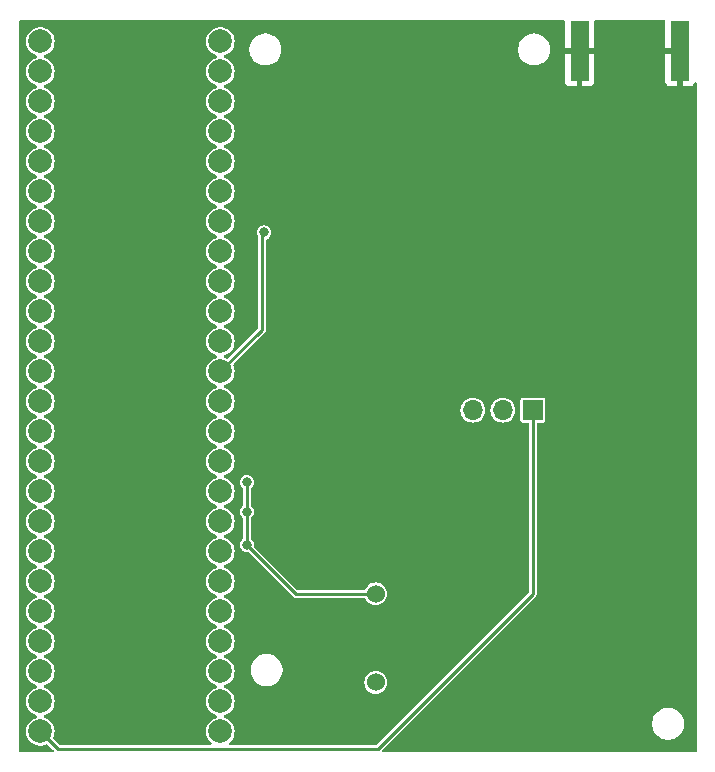
<source format=gbr>
%TF.GenerationSoftware,KiCad,Pcbnew,8.0.3*%
%TF.CreationDate,2024-09-25T15:44:19-04:00*%
%TF.ProjectId,RF4463F30-test-board,52463434-3633-4463-9330-2d746573742d,rev?*%
%TF.SameCoordinates,Original*%
%TF.FileFunction,Copper,L2,Bot*%
%TF.FilePolarity,Positive*%
%FSLAX46Y46*%
G04 Gerber Fmt 4.6, Leading zero omitted, Abs format (unit mm)*
G04 Created by KiCad (PCBNEW 8.0.3) date 2024-09-25 15:44:19*
%MOMM*%
%LPD*%
G01*
G04 APERTURE LIST*
%TA.AperFunction,ComponentPad*%
%ADD10R,1.700000X1.700000*%
%TD*%
%TA.AperFunction,ComponentPad*%
%ADD11O,1.700000X1.700000*%
%TD*%
%TA.AperFunction,ComponentPad*%
%ADD12C,1.524000*%
%TD*%
%TA.AperFunction,SMDPad,CuDef*%
%ADD13R,1.500000X5.080000*%
%TD*%
%TA.AperFunction,ComponentPad*%
%ADD14C,2.000000*%
%TD*%
%TA.AperFunction,ViaPad*%
%ADD15C,0.800000*%
%TD*%
%TA.AperFunction,Conductor*%
%ADD16C,0.250000*%
%TD*%
G04 APERTURE END LIST*
D10*
%TO.P,JPower1,1,Pin_1*%
%TO.N,/5V*%
X159350000Y-110050000D03*
D11*
%TO.P,JPower1,2,Pin_2*%
%TO.N,/GND*%
X156810000Y-110050000D03*
%TO.P,JPower1,3,Pin_3*%
%TO.N,unconnected-(JPower1-Pin_3-Pad3)*%
X154270000Y-110050000D03*
%TD*%
D12*
%TO.P,BZ1,1,+*%
%TO.N,Net-(BZ1-+)*%
X146050000Y-133100000D03*
%TO.P,BZ1,2,-*%
%TO.N,/GND*%
X146050000Y-125600000D03*
%TD*%
D13*
%TO.P,ANT1,2,Ext*%
%TO.N,Net-(ANT1-Ext)*%
X163300000Y-79600000D03*
X171800000Y-79600000D03*
%TD*%
D14*
%TO.P,Teensy4.1,0,RX1*%
%TO.N,Net-(BZ1-+)*%
X132900000Y-134710000D03*
%TO.P,Teensy4.1,1,TX1*%
%TO.N,unconnected-(Teensy4.1-TX1-Pad1)*%
X132900000Y-132170000D03*
%TO.P,Teensy4.1,2,PWM*%
%TO.N,unconnected-(Teensy4.1-PWM-Pad2)*%
X132900000Y-129630000D03*
%TO.P,Teensy4.1,3,PWM*%
%TO.N,unconnected-(Teensy4.1-PWM-Pad3)*%
X132900000Y-127090000D03*
%TO.P,Teensy4.1,3V,3.3V*%
%TO.N,unconnected-(Teensy4.1-3.3V-Pad3V)*%
X132900000Y-101690000D03*
%TO.P,Teensy4.1,3V1,3.3V*%
%TO.N,unconnected-(Teensy4.1-3.3V-Pad3V1)*%
X117660000Y-132170000D03*
%TO.P,Teensy4.1,4,PWM*%
%TO.N,unconnected-(Teensy4.1-PWM-Pad4)*%
X132900000Y-124550000D03*
%TO.P,Teensy4.1,5,PWM*%
%TO.N,unconnected-(Teensy4.1-PWM-Pad5)*%
X132900000Y-122010000D03*
%TO.P,Teensy4.1,5V,VIN*%
%TO.N,/5V*%
X117660000Y-137250000D03*
%TO.P,Teensy4.1,6,PWM*%
%TO.N,/SDN*%
X132900000Y-119470000D03*
%TO.P,Teensy4.1,7,RX2*%
%TO.N,/IRQ*%
X132900000Y-116930000D03*
%TO.P,Teensy4.1,8,TX2*%
%TO.N,/CS*%
X132900000Y-114390000D03*
%TO.P,Teensy4.1,9,PWM*%
%TO.N,/GPIO0*%
X132900000Y-111850000D03*
%TO.P,Teensy4.1,10,CS*%
%TO.N,/GPIO1*%
X132900000Y-109310000D03*
%TO.P,Teensy4.1,11,MOSI*%
%TO.N,/MOSI*%
X132900000Y-106770000D03*
%TO.P,Teensy4.1,12,MISO*%
%TO.N,/MISO*%
X132900000Y-104230000D03*
%TO.P,Teensy4.1,13,SCK*%
%TO.N,/SCK*%
X117660000Y-104230000D03*
%TO.P,Teensy4.1,14,A0*%
%TO.N,unconnected-(Teensy4.1-A0-Pad14)*%
X117660000Y-106770000D03*
%TO.P,Teensy4.1,15,A1*%
%TO.N,unconnected-(Teensy4.1-A1-Pad15)*%
X117660000Y-109310000D03*
%TO.P,Teensy4.1,16,A2*%
%TO.N,unconnected-(Teensy4.1-A2-Pad16)*%
X117660000Y-111850000D03*
%TO.P,Teensy4.1,17,A3*%
%TO.N,unconnected-(Teensy4.1-A3-Pad17)*%
X117660000Y-114390000D03*
%TO.P,Teensy4.1,18,SDA*%
%TO.N,unconnected-(Teensy4.1-SDA-Pad18)*%
X117660000Y-116930000D03*
%TO.P,Teensy4.1,19,SCL*%
%TO.N,unconnected-(Teensy4.1-SCL-Pad19)*%
X117660000Y-119470000D03*
%TO.P,Teensy4.1,20,TX5*%
%TO.N,unconnected-(Teensy4.1-TX5-Pad20)*%
X117660000Y-122010000D03*
%TO.P,Teensy4.1,21,RX5*%
%TO.N,unconnected-(Teensy4.1-RX5-Pad21)*%
X117660000Y-124550000D03*
%TO.P,Teensy4.1,22,PWM*%
%TO.N,unconnected-(Teensy4.1-PWM-Pad22)*%
X117660000Y-127090000D03*
%TO.P,Teensy4.1,23,PWM*%
%TO.N,unconnected-(Teensy4.1-PWM-Pad23)*%
X117660000Y-129630000D03*
%TO.P,Teensy4.1,24,SCL2*%
%TO.N,unconnected-(Teensy4.1-SCL2-Pad24)*%
X132900000Y-99150000D03*
%TO.P,Teensy4.1,25,SDA2*%
%TO.N,unconnected-(Teensy4.1-SDA2-Pad25)*%
X132900000Y-96610000D03*
%TO.P,Teensy4.1,26,MOSI1*%
%TO.N,unconnected-(Teensy4.1-MOSI1-Pad26)*%
X132900000Y-94070000D03*
%TO.P,Teensy4.1,27,SCK1*%
%TO.N,unconnected-(Teensy4.1-SCK1-Pad27)*%
X132900000Y-91530000D03*
%TO.P,Teensy4.1,28,RX7*%
%TO.N,unconnected-(Teensy4.1-RX7-Pad28)*%
X132900000Y-88990000D03*
%TO.P,Teensy4.1,29,TX7*%
%TO.N,unconnected-(Teensy4.1-TX7-Pad29)*%
X132900000Y-86450000D03*
%TO.P,Teensy4.1,30,GPIO*%
%TO.N,unconnected-(Teensy4.1-GPIO-Pad30)*%
X132900000Y-83910000D03*
%TO.P,Teensy4.1,31,GPIO*%
%TO.N,unconnected-(Teensy4.1-GPIO-Pad31)*%
X132900000Y-81370000D03*
%TO.P,Teensy4.1,32,GPIO*%
%TO.N,unconnected-(Teensy4.1-GPIO-Pad32)*%
X132900000Y-78830000D03*
%TO.P,Teensy4.1,33,PWM*%
%TO.N,unconnected-(Teensy4.1-PWM-Pad33)*%
X117660000Y-78830000D03*
%TO.P,Teensy4.1,34,RX8*%
%TO.N,unconnected-(Teensy4.1-RX8-Pad34)*%
X117660000Y-81370000D03*
%TO.P,Teensy4.1,35,TX8*%
%TO.N,unconnected-(Teensy4.1-TX8-Pad35)*%
X117660000Y-83910000D03*
%TO.P,Teensy4.1,36,PWM*%
%TO.N,unconnected-(Teensy4.1-PWM-Pad36)*%
X117660000Y-86450000D03*
%TO.P,Teensy4.1,37,PWM*%
%TO.N,unconnected-(Teensy4.1-PWM-Pad37)*%
X117660000Y-88990000D03*
%TO.P,Teensy4.1,38,CS1*%
%TO.N,unconnected-(Teensy4.1-CS1-Pad38)*%
X117660000Y-91530000D03*
%TO.P,Teensy4.1,39,MISO1*%
%TO.N,unconnected-(Teensy4.1-MISO1-Pad39)*%
X117660000Y-94070000D03*
%TO.P,Teensy4.1,40,A16*%
%TO.N,unconnected-(Teensy4.1-A16-Pad40)*%
X117660000Y-96610000D03*
%TO.P,Teensy4.1,41,A17*%
%TO.N,unconnected-(Teensy4.1-A17-Pad41)*%
X117660000Y-99150000D03*
%TO.P,Teensy4.1,G,GND*%
%TO.N,/GND*%
X132900000Y-137250000D03*
%TO.P,Teensy4.1,G1,GND*%
%TO.N,unconnected-(Teensy4.1-GND-PadG1)*%
X117660000Y-134710000D03*
%TO.P,Teensy4.1,G2,GND*%
%TO.N,unconnected-(Teensy4.1-GND-PadG2)*%
X117660000Y-101690000D03*
%TD*%
D15*
%TO.N,Net-(ANT1-Ext)*%
X169000000Y-86400000D03*
X166200000Y-82800000D03*
X166200000Y-86400000D03*
X169000000Y-82800000D03*
%TO.N,/GND*%
X135125000Y-118650000D03*
X135125000Y-121450000D03*
X135125000Y-116150000D03*
%TO.N,/MOSI*%
X136600000Y-95000000D03*
%TD*%
D16*
%TO.N,/5V*%
X117660000Y-137250000D02*
X119110000Y-138700000D01*
X119110000Y-138700000D02*
X146250000Y-138700000D01*
X146250000Y-138700000D02*
X159350000Y-125600000D01*
X159350000Y-125600000D02*
X159350000Y-110050000D01*
%TO.N,/GND*%
X139275000Y-125600000D02*
X146050000Y-125600000D01*
X135125000Y-118650000D02*
X135125000Y-121450000D01*
X135125000Y-116150000D02*
X135125000Y-118650000D01*
X135125000Y-121450000D02*
X139275000Y-125600000D01*
%TO.N,/MOSI*%
X136400000Y-95200000D02*
X136400000Y-103270000D01*
X136400000Y-103270000D02*
X132900000Y-106770000D01*
X136600000Y-95000000D02*
X136400000Y-95200000D01*
%TD*%
%TA.AperFunction,Conductor*%
%TO.N,Net-(ANT1-Ext)*%
G36*
X170492949Y-77022082D02*
G01*
X170538749Y-77074846D01*
X170550000Y-77126456D01*
X170550000Y-79350000D01*
X171926000Y-79350000D01*
X171993039Y-79369685D01*
X172038794Y-79422489D01*
X172050000Y-79474000D01*
X172050000Y-82640000D01*
X172597828Y-82640000D01*
X172597844Y-82639999D01*
X172657372Y-82633598D01*
X172657379Y-82633596D01*
X172792086Y-82583354D01*
X172792093Y-82583350D01*
X172907187Y-82497190D01*
X172907190Y-82497187D01*
X172993350Y-82382093D01*
X172993354Y-82382086D01*
X173009818Y-82337945D01*
X173051689Y-82282011D01*
X173117153Y-82257594D01*
X173185426Y-82272445D01*
X173234832Y-82321851D01*
X173250000Y-82381278D01*
X173250000Y-138876000D01*
X173230315Y-138943039D01*
X173177511Y-138988794D01*
X173126000Y-139000000D01*
X146709689Y-139000000D01*
X146642650Y-138980315D01*
X146596895Y-138927511D01*
X146586951Y-138858353D01*
X146615976Y-138794797D01*
X146622008Y-138788319D01*
X148704041Y-136706286D01*
X148916614Y-136493713D01*
X169449500Y-136493713D01*
X169449500Y-136706286D01*
X169466635Y-136814476D01*
X169482754Y-136916243D01*
X169519216Y-137028462D01*
X169548444Y-137118414D01*
X169644951Y-137307820D01*
X169769890Y-137479786D01*
X169920213Y-137630109D01*
X170092179Y-137755048D01*
X170092181Y-137755049D01*
X170092184Y-137755051D01*
X170281588Y-137851557D01*
X170483757Y-137917246D01*
X170693713Y-137950500D01*
X170693714Y-137950500D01*
X170906286Y-137950500D01*
X170906287Y-137950500D01*
X171116243Y-137917246D01*
X171318412Y-137851557D01*
X171507816Y-137755051D01*
X171529789Y-137739086D01*
X171679786Y-137630109D01*
X171679788Y-137630106D01*
X171679792Y-137630104D01*
X171830104Y-137479792D01*
X171830106Y-137479788D01*
X171830109Y-137479786D01*
X171955048Y-137307820D01*
X171955047Y-137307820D01*
X171955051Y-137307816D01*
X172051557Y-137118412D01*
X172117246Y-136916243D01*
X172150500Y-136706287D01*
X172150500Y-136493713D01*
X172117246Y-136283757D01*
X172051557Y-136081588D01*
X171955051Y-135892184D01*
X171955049Y-135892181D01*
X171955048Y-135892179D01*
X171830109Y-135720213D01*
X171679786Y-135569890D01*
X171507820Y-135444951D01*
X171318414Y-135348444D01*
X171318413Y-135348443D01*
X171318412Y-135348443D01*
X171116243Y-135282754D01*
X171116241Y-135282753D01*
X171116240Y-135282753D01*
X170954957Y-135257208D01*
X170906287Y-135249500D01*
X170693713Y-135249500D01*
X170645042Y-135257208D01*
X170483760Y-135282753D01*
X170281585Y-135348444D01*
X170092179Y-135444951D01*
X169920213Y-135569890D01*
X169769890Y-135720213D01*
X169644951Y-135892179D01*
X169548444Y-136081585D01*
X169482753Y-136283760D01*
X169449500Y-136493713D01*
X148916614Y-136493713D01*
X159539652Y-125870672D01*
X159539657Y-125870669D01*
X159549860Y-125860465D01*
X159549862Y-125860465D01*
X159610465Y-125799862D01*
X159653318Y-125725638D01*
X159657611Y-125709618D01*
X159675501Y-125642853D01*
X159675501Y-125557147D01*
X159675501Y-125549552D01*
X159675500Y-125549534D01*
X159675500Y-111224500D01*
X159695185Y-111157461D01*
X159747989Y-111111706D01*
X159799500Y-111100500D01*
X160219750Y-111100500D01*
X160219751Y-111100499D01*
X160234568Y-111097552D01*
X160278229Y-111088868D01*
X160278229Y-111088867D01*
X160278231Y-111088867D01*
X160344552Y-111044552D01*
X160388867Y-110978231D01*
X160388867Y-110978229D01*
X160388868Y-110978229D01*
X160400499Y-110919752D01*
X160400500Y-110919750D01*
X160400500Y-109180249D01*
X160400499Y-109180247D01*
X160388868Y-109121770D01*
X160388867Y-109121769D01*
X160344552Y-109055447D01*
X160278230Y-109011132D01*
X160278229Y-109011131D01*
X160219752Y-108999500D01*
X160219748Y-108999500D01*
X158480252Y-108999500D01*
X158480247Y-108999500D01*
X158421770Y-109011131D01*
X158421769Y-109011132D01*
X158355447Y-109055447D01*
X158311132Y-109121769D01*
X158311131Y-109121770D01*
X158299500Y-109180247D01*
X158299500Y-110919752D01*
X158311131Y-110978229D01*
X158311132Y-110978230D01*
X158355447Y-111044552D01*
X158421769Y-111088867D01*
X158421770Y-111088868D01*
X158480247Y-111100499D01*
X158480250Y-111100500D01*
X158480252Y-111100500D01*
X158900500Y-111100500D01*
X158967539Y-111120185D01*
X159013294Y-111172989D01*
X159024500Y-111224500D01*
X159024500Y-125413811D01*
X159004815Y-125480850D01*
X158988181Y-125501492D01*
X146151492Y-138338181D01*
X146090169Y-138371666D01*
X146063811Y-138374500D01*
X133768525Y-138374500D01*
X133701486Y-138354815D01*
X133655731Y-138302011D01*
X133645787Y-138232853D01*
X133674812Y-138169297D01*
X133684987Y-138158863D01*
X133790979Y-138062238D01*
X133875360Y-137950500D01*
X133925058Y-137884689D01*
X134024229Y-137685528D01*
X134085115Y-137471536D01*
X134105643Y-137250000D01*
X134085115Y-137028464D01*
X134024229Y-136814472D01*
X133970359Y-136706287D01*
X133925061Y-136615316D01*
X133925056Y-136615308D01*
X133790979Y-136437761D01*
X133626562Y-136287876D01*
X133626560Y-136287874D01*
X133437404Y-136170754D01*
X133437395Y-136170750D01*
X133343956Y-136134552D01*
X133243475Y-136095625D01*
X133188075Y-136053054D01*
X133164484Y-135987288D01*
X133180195Y-135919207D01*
X133230219Y-135870428D01*
X133243466Y-135864377D01*
X133437401Y-135789247D01*
X133626562Y-135672124D01*
X133790981Y-135522236D01*
X133925058Y-135344689D01*
X134024229Y-135145528D01*
X134085115Y-134931536D01*
X134105643Y-134710000D01*
X134085115Y-134488464D01*
X134024229Y-134274472D01*
X134024224Y-134274461D01*
X133925061Y-134075316D01*
X133925056Y-134075308D01*
X133790979Y-133897761D01*
X133626562Y-133747876D01*
X133626560Y-133747874D01*
X133437404Y-133630754D01*
X133437395Y-133630750D01*
X133343956Y-133594552D01*
X133243475Y-133555625D01*
X133188075Y-133513054D01*
X133164484Y-133447288D01*
X133180195Y-133379207D01*
X133230219Y-133330428D01*
X133243466Y-133324377D01*
X133437401Y-133249247D01*
X133626562Y-133132124D01*
X133790981Y-132982236D01*
X133925058Y-132804689D01*
X134024229Y-132605528D01*
X134085115Y-132391536D01*
X134105643Y-132170000D01*
X134085115Y-131948464D01*
X134083763Y-131943713D01*
X135449500Y-131943713D01*
X135449500Y-132156287D01*
X135482754Y-132366243D01*
X135546579Y-132562676D01*
X135548444Y-132568414D01*
X135644951Y-132757820D01*
X135769890Y-132929786D01*
X135920213Y-133080109D01*
X136092179Y-133205048D01*
X136092181Y-133205049D01*
X136092184Y-133205051D01*
X136281588Y-133301557D01*
X136483757Y-133367246D01*
X136693713Y-133400500D01*
X136693714Y-133400500D01*
X136906286Y-133400500D01*
X136906287Y-133400500D01*
X137116243Y-133367246D01*
X137318412Y-133301557D01*
X137507816Y-133205051D01*
X137608191Y-133132125D01*
X137652408Y-133100000D01*
X145082843Y-133100000D01*
X145101426Y-133288681D01*
X145105332Y-133301557D01*
X145156463Y-133470115D01*
X145156464Y-133470118D01*
X145156465Y-133470119D01*
X145156466Y-133470122D01*
X145245834Y-133637318D01*
X145245838Y-133637325D01*
X145366116Y-133783883D01*
X145512674Y-133904161D01*
X145512681Y-133904165D01*
X145679877Y-133993533D01*
X145679878Y-133993533D01*
X145679885Y-133993537D01*
X145861317Y-134048573D01*
X145861316Y-134048573D01*
X145878233Y-134050239D01*
X146050000Y-134067157D01*
X146238683Y-134048573D01*
X146420115Y-133993537D01*
X146587324Y-133904162D01*
X146733883Y-133783883D01*
X146854162Y-133637324D01*
X146943537Y-133470115D01*
X146998573Y-133288683D01*
X147017157Y-133100000D01*
X146998573Y-132911317D01*
X146943537Y-132729885D01*
X146943533Y-132729877D01*
X146854165Y-132562681D01*
X146854161Y-132562674D01*
X146733883Y-132416116D01*
X146587325Y-132295838D01*
X146587318Y-132295834D01*
X146420122Y-132206466D01*
X146420119Y-132206465D01*
X146420118Y-132206464D01*
X146420115Y-132206463D01*
X146238683Y-132151427D01*
X146238681Y-132151426D01*
X146238683Y-132151426D01*
X146050000Y-132132843D01*
X145861318Y-132151426D01*
X145754194Y-132183921D01*
X145679885Y-132206463D01*
X145679882Y-132206464D01*
X145679880Y-132206465D01*
X145679877Y-132206466D01*
X145512681Y-132295834D01*
X145512674Y-132295838D01*
X145366116Y-132416116D01*
X145245838Y-132562674D01*
X145245834Y-132562681D01*
X145156466Y-132729877D01*
X145156465Y-132729880D01*
X145156464Y-132729882D01*
X145156463Y-132729885D01*
X145147989Y-132757820D01*
X145101426Y-132911318D01*
X145082843Y-133100000D01*
X137652408Y-133100000D01*
X137679786Y-133080109D01*
X137679788Y-133080106D01*
X137679792Y-133080104D01*
X137830104Y-132929792D01*
X137830106Y-132929788D01*
X137830109Y-132929786D01*
X137955048Y-132757820D01*
X137955047Y-132757820D01*
X137955051Y-132757816D01*
X138051557Y-132568412D01*
X138117246Y-132366243D01*
X138150500Y-132156287D01*
X138150500Y-131943713D01*
X138117246Y-131733757D01*
X138051557Y-131531588D01*
X137955051Y-131342184D01*
X137955049Y-131342181D01*
X137955048Y-131342179D01*
X137830109Y-131170213D01*
X137679786Y-131019890D01*
X137507820Y-130894951D01*
X137318414Y-130798444D01*
X137318413Y-130798443D01*
X137318412Y-130798443D01*
X137116243Y-130732754D01*
X137116241Y-130732753D01*
X137116240Y-130732753D01*
X136954957Y-130707208D01*
X136906287Y-130699500D01*
X136693713Y-130699500D01*
X136645042Y-130707208D01*
X136483760Y-130732753D01*
X136281585Y-130798444D01*
X136092179Y-130894951D01*
X135920213Y-131019890D01*
X135769890Y-131170213D01*
X135644951Y-131342179D01*
X135548444Y-131531585D01*
X135482753Y-131733760D01*
X135482640Y-131734476D01*
X135449500Y-131943713D01*
X134083763Y-131943713D01*
X134024229Y-131734472D01*
X134024224Y-131734461D01*
X133925061Y-131535316D01*
X133925056Y-131535308D01*
X133790979Y-131357761D01*
X133626562Y-131207876D01*
X133626560Y-131207874D01*
X133437404Y-131090754D01*
X133437395Y-131090750D01*
X133343956Y-131054552D01*
X133243475Y-131015625D01*
X133188075Y-130973054D01*
X133164484Y-130907288D01*
X133180195Y-130839207D01*
X133230219Y-130790428D01*
X133243466Y-130784377D01*
X133437401Y-130709247D01*
X133626562Y-130592124D01*
X133790981Y-130442236D01*
X133925058Y-130264689D01*
X134024229Y-130065528D01*
X134085115Y-129851536D01*
X134105643Y-129630000D01*
X134085115Y-129408464D01*
X134024229Y-129194472D01*
X134024224Y-129194461D01*
X133925061Y-128995316D01*
X133925056Y-128995308D01*
X133790979Y-128817761D01*
X133626562Y-128667876D01*
X133626560Y-128667874D01*
X133437404Y-128550754D01*
X133437395Y-128550750D01*
X133343956Y-128514552D01*
X133243475Y-128475625D01*
X133188075Y-128433054D01*
X133164484Y-128367288D01*
X133180195Y-128299207D01*
X133230219Y-128250428D01*
X133243466Y-128244377D01*
X133437401Y-128169247D01*
X133626562Y-128052124D01*
X133790981Y-127902236D01*
X133925058Y-127724689D01*
X134024229Y-127525528D01*
X134085115Y-127311536D01*
X134105643Y-127090000D01*
X134085115Y-126868464D01*
X134024229Y-126654472D01*
X134024224Y-126654461D01*
X133925061Y-126455316D01*
X133925056Y-126455308D01*
X133790979Y-126277761D01*
X133626562Y-126127876D01*
X133626560Y-126127874D01*
X133437404Y-126010754D01*
X133437395Y-126010750D01*
X133343956Y-125974552D01*
X133243475Y-125935625D01*
X133188075Y-125893054D01*
X133164484Y-125827288D01*
X133180195Y-125759207D01*
X133230219Y-125710428D01*
X133243466Y-125704377D01*
X133437401Y-125629247D01*
X133626562Y-125512124D01*
X133790981Y-125362236D01*
X133925058Y-125184689D01*
X134024229Y-124985528D01*
X134085115Y-124771536D01*
X134105643Y-124550000D01*
X134085115Y-124328464D01*
X134024229Y-124114472D01*
X134024224Y-124114461D01*
X133925061Y-123915316D01*
X133925056Y-123915308D01*
X133790979Y-123737761D01*
X133626562Y-123587876D01*
X133626560Y-123587874D01*
X133437404Y-123470754D01*
X133437395Y-123470750D01*
X133343956Y-123434552D01*
X133243475Y-123395625D01*
X133188075Y-123353054D01*
X133164484Y-123287288D01*
X133180195Y-123219207D01*
X133230219Y-123170428D01*
X133243466Y-123164377D01*
X133437401Y-123089247D01*
X133626562Y-122972124D01*
X133790981Y-122822236D01*
X133925058Y-122644689D01*
X134024229Y-122445528D01*
X134085115Y-122231536D01*
X134105643Y-122010000D01*
X134085115Y-121788464D01*
X134024229Y-121574472D01*
X134017203Y-121560361D01*
X133925061Y-121375316D01*
X133925056Y-121375308D01*
X133790979Y-121197761D01*
X133626562Y-121047876D01*
X133626560Y-121047874D01*
X133437404Y-120930754D01*
X133437395Y-120930750D01*
X133310778Y-120881699D01*
X133243475Y-120855625D01*
X133188075Y-120813054D01*
X133164484Y-120747288D01*
X133180195Y-120679207D01*
X133230219Y-120630428D01*
X133243466Y-120624377D01*
X133437401Y-120549247D01*
X133626562Y-120432124D01*
X133790981Y-120282236D01*
X133925058Y-120104689D01*
X134024229Y-119905528D01*
X134085115Y-119691536D01*
X134105643Y-119470000D01*
X134085115Y-119248464D01*
X134024229Y-119034472D01*
X134024224Y-119034461D01*
X133925061Y-118835316D01*
X133925056Y-118835308D01*
X133790979Y-118657761D01*
X133626562Y-118507876D01*
X133626560Y-118507874D01*
X133437404Y-118390754D01*
X133437395Y-118390750D01*
X133343956Y-118354552D01*
X133243475Y-118315625D01*
X133188075Y-118273054D01*
X133164484Y-118207288D01*
X133180195Y-118139207D01*
X133230219Y-118090428D01*
X133243466Y-118084377D01*
X133437401Y-118009247D01*
X133626562Y-117892124D01*
X133790981Y-117742236D01*
X133925058Y-117564689D01*
X134024229Y-117365528D01*
X134085115Y-117151536D01*
X134105643Y-116930000D01*
X134085115Y-116708464D01*
X134024229Y-116494472D01*
X134024224Y-116494461D01*
X133925061Y-116295316D01*
X133925056Y-116295308D01*
X133815323Y-116149998D01*
X134519318Y-116149998D01*
X134519318Y-116150001D01*
X134539955Y-116306760D01*
X134539956Y-116306762D01*
X134600464Y-116452841D01*
X134696718Y-116578282D01*
X134750987Y-116619924D01*
X134792189Y-116676349D01*
X134799500Y-116718298D01*
X134799500Y-118081699D01*
X134779815Y-118148738D01*
X134750988Y-118180074D01*
X134696720Y-118221715D01*
X134600463Y-118347160D01*
X134539956Y-118493237D01*
X134539955Y-118493239D01*
X134519318Y-118649998D01*
X134519318Y-118650001D01*
X134539955Y-118806760D01*
X134539956Y-118806762D01*
X134600464Y-118952841D01*
X134696718Y-119078282D01*
X134750987Y-119119924D01*
X134792189Y-119176349D01*
X134799500Y-119218298D01*
X134799500Y-120881699D01*
X134779815Y-120948738D01*
X134750988Y-120980074D01*
X134696720Y-121021715D01*
X134600463Y-121147160D01*
X134539956Y-121293237D01*
X134539955Y-121293239D01*
X134519318Y-121449998D01*
X134519318Y-121450001D01*
X134539955Y-121606760D01*
X134539956Y-121606762D01*
X134600464Y-121752841D01*
X134696718Y-121878282D01*
X134822159Y-121974536D01*
X134968238Y-122035044D01*
X134996548Y-122038771D01*
X135124999Y-122055682D01*
X135124999Y-122055681D01*
X135125000Y-122055682D01*
X135192817Y-122046753D01*
X135261852Y-122057518D01*
X135296684Y-122082011D01*
X139014534Y-125799861D01*
X139014535Y-125799862D01*
X139075138Y-125860465D01*
X139075140Y-125860466D01*
X139075144Y-125860469D01*
X139110347Y-125880793D01*
X139149362Y-125903318D01*
X139232147Y-125925500D01*
X139317853Y-125925500D01*
X145058293Y-125925500D01*
X145125332Y-125945185D01*
X145167651Y-125991047D01*
X145245834Y-126137318D01*
X145245838Y-126137325D01*
X145366116Y-126283883D01*
X145512674Y-126404161D01*
X145512681Y-126404165D01*
X145679877Y-126493533D01*
X145679878Y-126493533D01*
X145679885Y-126493537D01*
X145861317Y-126548573D01*
X145861316Y-126548573D01*
X145878233Y-126550239D01*
X146050000Y-126567157D01*
X146238683Y-126548573D01*
X146420115Y-126493537D01*
X146587324Y-126404162D01*
X146733883Y-126283883D01*
X146854162Y-126137324D01*
X146943537Y-125970115D01*
X146998573Y-125788683D01*
X147017157Y-125600000D01*
X146998573Y-125411317D01*
X146943537Y-125229885D01*
X146932349Y-125208953D01*
X146854165Y-125062681D01*
X146854161Y-125062674D01*
X146733883Y-124916116D01*
X146587325Y-124795838D01*
X146587318Y-124795834D01*
X146420122Y-124706466D01*
X146420119Y-124706465D01*
X146420118Y-124706464D01*
X146420115Y-124706463D01*
X146238683Y-124651427D01*
X146238681Y-124651426D01*
X146238683Y-124651426D01*
X146050000Y-124632843D01*
X145861318Y-124651426D01*
X145754194Y-124683921D01*
X145679885Y-124706463D01*
X145679882Y-124706464D01*
X145679880Y-124706465D01*
X145679877Y-124706466D01*
X145512681Y-124795834D01*
X145512674Y-124795838D01*
X145366116Y-124916116D01*
X145245838Y-125062674D01*
X145245834Y-125062681D01*
X145167651Y-125208953D01*
X145118689Y-125258797D01*
X145058293Y-125274500D01*
X139461189Y-125274500D01*
X139394150Y-125254815D01*
X139373508Y-125238181D01*
X135757011Y-121621684D01*
X135723526Y-121560361D01*
X135721753Y-121517816D01*
X135730682Y-121449999D01*
X135730682Y-121449998D01*
X135710044Y-121293239D01*
X135710044Y-121293238D01*
X135649536Y-121147159D01*
X135553282Y-121021718D01*
X135553280Y-121021716D01*
X135553279Y-121021715D01*
X135499012Y-120980074D01*
X135457810Y-120923646D01*
X135450500Y-120881699D01*
X135450500Y-119218298D01*
X135470185Y-119151259D01*
X135499010Y-119119925D01*
X135553282Y-119078282D01*
X135649536Y-118952841D01*
X135710044Y-118806762D01*
X135730682Y-118650000D01*
X135710044Y-118493238D01*
X135649536Y-118347159D01*
X135553282Y-118221718D01*
X135553280Y-118221716D01*
X135553279Y-118221715D01*
X135499012Y-118180074D01*
X135457810Y-118123646D01*
X135450500Y-118081699D01*
X135450500Y-116718298D01*
X135470185Y-116651259D01*
X135499010Y-116619925D01*
X135553282Y-116578282D01*
X135649536Y-116452841D01*
X135710044Y-116306762D01*
X135730682Y-116150000D01*
X135710044Y-115993238D01*
X135649536Y-115847159D01*
X135553282Y-115721718D01*
X135427841Y-115625464D01*
X135334850Y-115586946D01*
X135281762Y-115564956D01*
X135281760Y-115564955D01*
X135125001Y-115544318D01*
X135124999Y-115544318D01*
X134968239Y-115564955D01*
X134968237Y-115564956D01*
X134822160Y-115625463D01*
X134696718Y-115721718D01*
X134600463Y-115847160D01*
X134539956Y-115993237D01*
X134539955Y-115993239D01*
X134519318Y-116149998D01*
X133815323Y-116149998D01*
X133790979Y-116117761D01*
X133626562Y-115967876D01*
X133626560Y-115967874D01*
X133437404Y-115850754D01*
X133437395Y-115850750D01*
X133343956Y-115814552D01*
X133243475Y-115775625D01*
X133188075Y-115733054D01*
X133164484Y-115667288D01*
X133180195Y-115599207D01*
X133230219Y-115550428D01*
X133243466Y-115544377D01*
X133437401Y-115469247D01*
X133626562Y-115352124D01*
X133790981Y-115202236D01*
X133925058Y-115024689D01*
X134024229Y-114825528D01*
X134085115Y-114611536D01*
X134105643Y-114390000D01*
X134085115Y-114168464D01*
X134024229Y-113954472D01*
X134024224Y-113954461D01*
X133925061Y-113755316D01*
X133925056Y-113755308D01*
X133790979Y-113577761D01*
X133626562Y-113427876D01*
X133626560Y-113427874D01*
X133437404Y-113310754D01*
X133437395Y-113310750D01*
X133343956Y-113274552D01*
X133243475Y-113235625D01*
X133188075Y-113193054D01*
X133164484Y-113127288D01*
X133180195Y-113059207D01*
X133230219Y-113010428D01*
X133243466Y-113004377D01*
X133437401Y-112929247D01*
X133626562Y-112812124D01*
X133790981Y-112662236D01*
X133925058Y-112484689D01*
X134024229Y-112285528D01*
X134085115Y-112071536D01*
X134105643Y-111850000D01*
X134085115Y-111628464D01*
X134024229Y-111414472D01*
X133929634Y-111224500D01*
X133925061Y-111215316D01*
X133925056Y-111215308D01*
X133790979Y-111037761D01*
X133626562Y-110887876D01*
X133626560Y-110887874D01*
X133437404Y-110770754D01*
X133437395Y-110770750D01*
X133343956Y-110734552D01*
X133243475Y-110695625D01*
X133188075Y-110653054D01*
X133164484Y-110587288D01*
X133180195Y-110519207D01*
X133230219Y-110470428D01*
X133243466Y-110464377D01*
X133437401Y-110389247D01*
X133626562Y-110272124D01*
X133790981Y-110122236D01*
X133845531Y-110050000D01*
X153214417Y-110050000D01*
X153234699Y-110255932D01*
X153239611Y-110272124D01*
X153294768Y-110453954D01*
X153392315Y-110636450D01*
X153426969Y-110678677D01*
X153523589Y-110796410D01*
X153620209Y-110875702D01*
X153683550Y-110927685D01*
X153866046Y-111025232D01*
X154064066Y-111085300D01*
X154064065Y-111085300D01*
X154082529Y-111087118D01*
X154270000Y-111105583D01*
X154475934Y-111085300D01*
X154673954Y-111025232D01*
X154856450Y-110927685D01*
X155016410Y-110796410D01*
X155147685Y-110636450D01*
X155245232Y-110453954D01*
X155305300Y-110255934D01*
X155325583Y-110050000D01*
X155754417Y-110050000D01*
X155774699Y-110255932D01*
X155779611Y-110272124D01*
X155834768Y-110453954D01*
X155932315Y-110636450D01*
X155966969Y-110678677D01*
X156063589Y-110796410D01*
X156160209Y-110875702D01*
X156223550Y-110927685D01*
X156406046Y-111025232D01*
X156604066Y-111085300D01*
X156604065Y-111085300D01*
X156622529Y-111087118D01*
X156810000Y-111105583D01*
X157015934Y-111085300D01*
X157213954Y-111025232D01*
X157396450Y-110927685D01*
X157556410Y-110796410D01*
X157687685Y-110636450D01*
X157785232Y-110453954D01*
X157845300Y-110255934D01*
X157865583Y-110050000D01*
X157845300Y-109844066D01*
X157785232Y-109646046D01*
X157687685Y-109463550D01*
X157561670Y-109309999D01*
X157556410Y-109303589D01*
X157406121Y-109180252D01*
X157396450Y-109172315D01*
X157213954Y-109074768D01*
X157015934Y-109014700D01*
X157015932Y-109014699D01*
X157015934Y-109014699D01*
X156810000Y-108994417D01*
X156604067Y-109014699D01*
X156406043Y-109074769D01*
X156318114Y-109121769D01*
X156223550Y-109172315D01*
X156223548Y-109172316D01*
X156223547Y-109172317D01*
X156063589Y-109303589D01*
X155932317Y-109463547D01*
X155834769Y-109646043D01*
X155774699Y-109844067D01*
X155754417Y-110050000D01*
X155325583Y-110050000D01*
X155305300Y-109844066D01*
X155245232Y-109646046D01*
X155147685Y-109463550D01*
X155021670Y-109309999D01*
X155016410Y-109303589D01*
X154866121Y-109180252D01*
X154856450Y-109172315D01*
X154673954Y-109074768D01*
X154475934Y-109014700D01*
X154475932Y-109014699D01*
X154475934Y-109014699D01*
X154270000Y-108994417D01*
X154064067Y-109014699D01*
X153866043Y-109074769D01*
X153778114Y-109121769D01*
X153683550Y-109172315D01*
X153683548Y-109172316D01*
X153683547Y-109172317D01*
X153523589Y-109303589D01*
X153392317Y-109463547D01*
X153294769Y-109646043D01*
X153234699Y-109844067D01*
X153214417Y-110050000D01*
X133845531Y-110050000D01*
X133925058Y-109944689D01*
X134024229Y-109745528D01*
X134085115Y-109531536D01*
X134105643Y-109310000D01*
X134085115Y-109088464D01*
X134024229Y-108874472D01*
X134024224Y-108874461D01*
X133925061Y-108675316D01*
X133925056Y-108675308D01*
X133790979Y-108497761D01*
X133626562Y-108347876D01*
X133626560Y-108347874D01*
X133437404Y-108230754D01*
X133437395Y-108230750D01*
X133343956Y-108194552D01*
X133243475Y-108155625D01*
X133188075Y-108113054D01*
X133164484Y-108047288D01*
X133180195Y-107979207D01*
X133230219Y-107930428D01*
X133243466Y-107924377D01*
X133437401Y-107849247D01*
X133626562Y-107732124D01*
X133790981Y-107582236D01*
X133925058Y-107404689D01*
X134024229Y-107205528D01*
X134085115Y-106991536D01*
X134105643Y-106770000D01*
X134085115Y-106548464D01*
X134024229Y-106334472D01*
X133988080Y-106261876D01*
X133975819Y-106193093D01*
X134002692Y-106128598D01*
X134011390Y-106118935D01*
X136660465Y-103469862D01*
X136660674Y-103469500D01*
X136703318Y-103395638D01*
X136725500Y-103312853D01*
X136725500Y-95680847D01*
X136745185Y-95613808D01*
X136797989Y-95568053D01*
X136802032Y-95566292D01*
X136902841Y-95524536D01*
X137028282Y-95428282D01*
X137124536Y-95302841D01*
X137185044Y-95156762D01*
X137205682Y-95000000D01*
X137185044Y-94843238D01*
X137124536Y-94697159D01*
X137028282Y-94571718D01*
X136902841Y-94475464D01*
X136756762Y-94414956D01*
X136756760Y-94414955D01*
X136600001Y-94394318D01*
X136599999Y-94394318D01*
X136443239Y-94414955D01*
X136443237Y-94414956D01*
X136297160Y-94475463D01*
X136171718Y-94571718D01*
X136075463Y-94697160D01*
X136014956Y-94843237D01*
X136014955Y-94843239D01*
X135994318Y-94999998D01*
X135994318Y-95000001D01*
X136014955Y-95156760D01*
X136014956Y-95156762D01*
X136065061Y-95277725D01*
X136074500Y-95325178D01*
X136074500Y-103083810D01*
X136054815Y-103150849D01*
X136038181Y-103171491D01*
X133553290Y-105656381D01*
X133491967Y-105689866D01*
X133422275Y-105684882D01*
X133420816Y-105684327D01*
X133321613Y-105645896D01*
X133243475Y-105615625D01*
X133188075Y-105573055D01*
X133164484Y-105507288D01*
X133180195Y-105439207D01*
X133230218Y-105390428D01*
X133243466Y-105384377D01*
X133437401Y-105309247D01*
X133626562Y-105192124D01*
X133790981Y-105042236D01*
X133925058Y-104864689D01*
X134024229Y-104665528D01*
X134085115Y-104451536D01*
X134105643Y-104230000D01*
X134085115Y-104008464D01*
X134024229Y-103794472D01*
X134024224Y-103794461D01*
X133925061Y-103595316D01*
X133925056Y-103595308D01*
X133790979Y-103417761D01*
X133626562Y-103267876D01*
X133626560Y-103267874D01*
X133437404Y-103150754D01*
X133437395Y-103150750D01*
X133343956Y-103114552D01*
X133243475Y-103075625D01*
X133188075Y-103033054D01*
X133164484Y-102967288D01*
X133180195Y-102899207D01*
X133230219Y-102850428D01*
X133243466Y-102844377D01*
X133437401Y-102769247D01*
X133626562Y-102652124D01*
X133790981Y-102502236D01*
X133925058Y-102324689D01*
X134024229Y-102125528D01*
X134085115Y-101911536D01*
X134105643Y-101690000D01*
X134085115Y-101468464D01*
X134024229Y-101254472D01*
X134024224Y-101254461D01*
X133925061Y-101055316D01*
X133925056Y-101055308D01*
X133790979Y-100877761D01*
X133626562Y-100727876D01*
X133626560Y-100727874D01*
X133437404Y-100610754D01*
X133437395Y-100610750D01*
X133343956Y-100574552D01*
X133243475Y-100535625D01*
X133188075Y-100493054D01*
X133164484Y-100427288D01*
X133180195Y-100359207D01*
X133230219Y-100310428D01*
X133243466Y-100304377D01*
X133437401Y-100229247D01*
X133626562Y-100112124D01*
X133790981Y-99962236D01*
X133925058Y-99784689D01*
X134024229Y-99585528D01*
X134085115Y-99371536D01*
X134105643Y-99150000D01*
X134085115Y-98928464D01*
X134024229Y-98714472D01*
X134024224Y-98714461D01*
X133925061Y-98515316D01*
X133925056Y-98515308D01*
X133790979Y-98337761D01*
X133626562Y-98187876D01*
X133626560Y-98187874D01*
X133437404Y-98070754D01*
X133437395Y-98070750D01*
X133343956Y-98034552D01*
X133243475Y-97995625D01*
X133188075Y-97953054D01*
X133164484Y-97887288D01*
X133180195Y-97819207D01*
X133230219Y-97770428D01*
X133243466Y-97764377D01*
X133437401Y-97689247D01*
X133626562Y-97572124D01*
X133790981Y-97422236D01*
X133925058Y-97244689D01*
X134024229Y-97045528D01*
X134085115Y-96831536D01*
X134105643Y-96610000D01*
X134085115Y-96388464D01*
X134024229Y-96174472D01*
X134024224Y-96174461D01*
X133925061Y-95975316D01*
X133925056Y-95975308D01*
X133790979Y-95797761D01*
X133626562Y-95647876D01*
X133626560Y-95647874D01*
X133437404Y-95530754D01*
X133437395Y-95530750D01*
X133343956Y-95494552D01*
X133243475Y-95455625D01*
X133188075Y-95413054D01*
X133164484Y-95347288D01*
X133180195Y-95279207D01*
X133230219Y-95230428D01*
X133243466Y-95224377D01*
X133437401Y-95149247D01*
X133626562Y-95032124D01*
X133790981Y-94882236D01*
X133925058Y-94704689D01*
X134024229Y-94505528D01*
X134085115Y-94291536D01*
X134105643Y-94070000D01*
X134085115Y-93848464D01*
X134024229Y-93634472D01*
X134024224Y-93634461D01*
X133925061Y-93435316D01*
X133925056Y-93435308D01*
X133790979Y-93257761D01*
X133626562Y-93107876D01*
X133626560Y-93107874D01*
X133437404Y-92990754D01*
X133437395Y-92990750D01*
X133343956Y-92954552D01*
X133243475Y-92915625D01*
X133188075Y-92873054D01*
X133164484Y-92807288D01*
X133180195Y-92739207D01*
X133230219Y-92690428D01*
X133243466Y-92684377D01*
X133437401Y-92609247D01*
X133626562Y-92492124D01*
X133790981Y-92342236D01*
X133925058Y-92164689D01*
X134024229Y-91965528D01*
X134085115Y-91751536D01*
X134105643Y-91530000D01*
X134085115Y-91308464D01*
X134024229Y-91094472D01*
X134024224Y-91094461D01*
X133925061Y-90895316D01*
X133925056Y-90895308D01*
X133790979Y-90717761D01*
X133626562Y-90567876D01*
X133626560Y-90567874D01*
X133437404Y-90450754D01*
X133437395Y-90450750D01*
X133343956Y-90414552D01*
X133243475Y-90375625D01*
X133188075Y-90333054D01*
X133164484Y-90267288D01*
X133180195Y-90199207D01*
X133230219Y-90150428D01*
X133243466Y-90144377D01*
X133437401Y-90069247D01*
X133626562Y-89952124D01*
X133790981Y-89802236D01*
X133925058Y-89624689D01*
X134024229Y-89425528D01*
X134085115Y-89211536D01*
X134105643Y-88990000D01*
X134085115Y-88768464D01*
X134024229Y-88554472D01*
X134024224Y-88554461D01*
X133925061Y-88355316D01*
X133925056Y-88355308D01*
X133790979Y-88177761D01*
X133626562Y-88027876D01*
X133626560Y-88027874D01*
X133437404Y-87910754D01*
X133437395Y-87910750D01*
X133343956Y-87874552D01*
X133243475Y-87835625D01*
X133188075Y-87793054D01*
X133164484Y-87727288D01*
X133180195Y-87659207D01*
X133230219Y-87610428D01*
X133243466Y-87604377D01*
X133437401Y-87529247D01*
X133626562Y-87412124D01*
X133790981Y-87262236D01*
X133925058Y-87084689D01*
X134024229Y-86885528D01*
X134085115Y-86671536D01*
X134105643Y-86450000D01*
X134085115Y-86228464D01*
X134024229Y-86014472D01*
X134024224Y-86014461D01*
X133925061Y-85815316D01*
X133925056Y-85815308D01*
X133790979Y-85637761D01*
X133626562Y-85487876D01*
X133626560Y-85487874D01*
X133437404Y-85370754D01*
X133437395Y-85370750D01*
X133343956Y-85334552D01*
X133243475Y-85295625D01*
X133188075Y-85253054D01*
X133164484Y-85187288D01*
X133180195Y-85119207D01*
X133230219Y-85070428D01*
X133243466Y-85064377D01*
X133437401Y-84989247D01*
X133626562Y-84872124D01*
X133790981Y-84722236D01*
X133925058Y-84544689D01*
X134024229Y-84345528D01*
X134085115Y-84131536D01*
X134105643Y-83910000D01*
X134085115Y-83688464D01*
X134024229Y-83474472D01*
X134024224Y-83474461D01*
X133925061Y-83275316D01*
X133925056Y-83275308D01*
X133790979Y-83097761D01*
X133626562Y-82947876D01*
X133626560Y-82947874D01*
X133437404Y-82830754D01*
X133437395Y-82830750D01*
X133343956Y-82794552D01*
X133243475Y-82755625D01*
X133188075Y-82713054D01*
X133164484Y-82647288D01*
X133180195Y-82579207D01*
X133230219Y-82530428D01*
X133243466Y-82524377D01*
X133437401Y-82449247D01*
X133626562Y-82332124D01*
X133784829Y-82187844D01*
X162050000Y-82187844D01*
X162056401Y-82247372D01*
X162056403Y-82247379D01*
X162106645Y-82382086D01*
X162106649Y-82382093D01*
X162192809Y-82497187D01*
X162192812Y-82497190D01*
X162307906Y-82583350D01*
X162307913Y-82583354D01*
X162442620Y-82633596D01*
X162442627Y-82633598D01*
X162502155Y-82639999D01*
X162502172Y-82640000D01*
X163050000Y-82640000D01*
X163550000Y-82640000D01*
X164097828Y-82640000D01*
X164097844Y-82639999D01*
X164157372Y-82633598D01*
X164157379Y-82633596D01*
X164292086Y-82583354D01*
X164292093Y-82583350D01*
X164407187Y-82497190D01*
X164407190Y-82497187D01*
X164493350Y-82382093D01*
X164493354Y-82382086D01*
X164543596Y-82247379D01*
X164543598Y-82247372D01*
X164549999Y-82187844D01*
X170550000Y-82187844D01*
X170556401Y-82247372D01*
X170556403Y-82247379D01*
X170606645Y-82382086D01*
X170606649Y-82382093D01*
X170692809Y-82497187D01*
X170692812Y-82497190D01*
X170807906Y-82583350D01*
X170807913Y-82583354D01*
X170942620Y-82633596D01*
X170942627Y-82633598D01*
X171002155Y-82639999D01*
X171002172Y-82640000D01*
X171550000Y-82640000D01*
X171550000Y-79850000D01*
X170550000Y-79850000D01*
X170550000Y-82187844D01*
X164549999Y-82187844D01*
X164550000Y-82187827D01*
X164550000Y-79850000D01*
X163550000Y-79850000D01*
X163550000Y-82640000D01*
X163050000Y-82640000D01*
X163050000Y-79850000D01*
X162050000Y-79850000D01*
X162050000Y-82187844D01*
X133784829Y-82187844D01*
X133790981Y-82182236D01*
X133925058Y-82004689D01*
X134024229Y-81805528D01*
X134085115Y-81591536D01*
X134105643Y-81370000D01*
X134085115Y-81148464D01*
X134024229Y-80934472D01*
X133982416Y-80850500D01*
X133925061Y-80735316D01*
X133925056Y-80735308D01*
X133790979Y-80557761D01*
X133626562Y-80407876D01*
X133626560Y-80407874D01*
X133437404Y-80290754D01*
X133437395Y-80290750D01*
X133343956Y-80254552D01*
X133243475Y-80215625D01*
X133188075Y-80173054D01*
X133164484Y-80107288D01*
X133180195Y-80039207D01*
X133230219Y-79990428D01*
X133243466Y-79984377D01*
X133437401Y-79909247D01*
X133626562Y-79792124D01*
X133790981Y-79642236D01*
X133925058Y-79464689D01*
X133960400Y-79393713D01*
X135349500Y-79393713D01*
X135349500Y-79606286D01*
X135378933Y-79792123D01*
X135382754Y-79816243D01*
X135439350Y-79990428D01*
X135448444Y-80018414D01*
X135544951Y-80207820D01*
X135669890Y-80379786D01*
X135820213Y-80530109D01*
X135992179Y-80655048D01*
X135992181Y-80655049D01*
X135992184Y-80655051D01*
X136181588Y-80751557D01*
X136383757Y-80817246D01*
X136593713Y-80850500D01*
X136593714Y-80850500D01*
X136806286Y-80850500D01*
X136806287Y-80850500D01*
X137016243Y-80817246D01*
X137218412Y-80751557D01*
X137407816Y-80655051D01*
X137429789Y-80639086D01*
X137579786Y-80530109D01*
X137579788Y-80530106D01*
X137579792Y-80530104D01*
X137730104Y-80379792D01*
X137730106Y-80379788D01*
X137730109Y-80379786D01*
X137855048Y-80207820D01*
X137855047Y-80207820D01*
X137855051Y-80207816D01*
X137951557Y-80018412D01*
X138017246Y-79816243D01*
X138050500Y-79606287D01*
X138050500Y-79393713D01*
X158099500Y-79393713D01*
X158099500Y-79606286D01*
X158128933Y-79792123D01*
X158132754Y-79816243D01*
X158189350Y-79990428D01*
X158198444Y-80018414D01*
X158294951Y-80207820D01*
X158419890Y-80379786D01*
X158570213Y-80530109D01*
X158742179Y-80655048D01*
X158742181Y-80655049D01*
X158742184Y-80655051D01*
X158931588Y-80751557D01*
X159133757Y-80817246D01*
X159343713Y-80850500D01*
X159343714Y-80850500D01*
X159556286Y-80850500D01*
X159556287Y-80850500D01*
X159766243Y-80817246D01*
X159968412Y-80751557D01*
X160157816Y-80655051D01*
X160179789Y-80639086D01*
X160329786Y-80530109D01*
X160329788Y-80530106D01*
X160329792Y-80530104D01*
X160480104Y-80379792D01*
X160480106Y-80379788D01*
X160480109Y-80379786D01*
X160605048Y-80207820D01*
X160605047Y-80207820D01*
X160605051Y-80207816D01*
X160701557Y-80018412D01*
X160767246Y-79816243D01*
X160800500Y-79606287D01*
X160800500Y-79393713D01*
X160767246Y-79183757D01*
X160701557Y-78981588D01*
X160605051Y-78792184D01*
X160605049Y-78792181D01*
X160605048Y-78792179D01*
X160480109Y-78620213D01*
X160329786Y-78469890D01*
X160157820Y-78344951D01*
X159968414Y-78248444D01*
X159968413Y-78248443D01*
X159968412Y-78248443D01*
X159766243Y-78182754D01*
X159766241Y-78182753D01*
X159766240Y-78182753D01*
X159604957Y-78157208D01*
X159556287Y-78149500D01*
X159343713Y-78149500D01*
X159295042Y-78157208D01*
X159133760Y-78182753D01*
X158931585Y-78248444D01*
X158742179Y-78344951D01*
X158570213Y-78469890D01*
X158419890Y-78620213D01*
X158294951Y-78792179D01*
X158198444Y-78981585D01*
X158132753Y-79183760D01*
X158099500Y-79393713D01*
X138050500Y-79393713D01*
X138017246Y-79183757D01*
X137951557Y-78981588D01*
X137855051Y-78792184D01*
X137855049Y-78792181D01*
X137855048Y-78792179D01*
X137730109Y-78620213D01*
X137579786Y-78469890D01*
X137407820Y-78344951D01*
X137218414Y-78248444D01*
X137218413Y-78248443D01*
X137218412Y-78248443D01*
X137016243Y-78182754D01*
X137016241Y-78182753D01*
X137016240Y-78182753D01*
X136854957Y-78157208D01*
X136806287Y-78149500D01*
X136593713Y-78149500D01*
X136545042Y-78157208D01*
X136383760Y-78182753D01*
X136181585Y-78248444D01*
X135992179Y-78344951D01*
X135820213Y-78469890D01*
X135669890Y-78620213D01*
X135544951Y-78792179D01*
X135448444Y-78981585D01*
X135382753Y-79183760D01*
X135349500Y-79393713D01*
X133960400Y-79393713D01*
X134024229Y-79265528D01*
X134085115Y-79051536D01*
X134105643Y-78830000D01*
X134102138Y-78792179D01*
X134085115Y-78608464D01*
X134085114Y-78608462D01*
X134024230Y-78394476D01*
X134024229Y-78394472D01*
X134024224Y-78394461D01*
X133925061Y-78195316D01*
X133925056Y-78195308D01*
X133790979Y-78017761D01*
X133626562Y-77867876D01*
X133626560Y-77867874D01*
X133437404Y-77750754D01*
X133437398Y-77750752D01*
X133229940Y-77670382D01*
X133011243Y-77629500D01*
X132788757Y-77629500D01*
X132570060Y-77670382D01*
X132438864Y-77721207D01*
X132362601Y-77750752D01*
X132362595Y-77750754D01*
X132173439Y-77867874D01*
X132173437Y-77867876D01*
X132009020Y-78017761D01*
X131874943Y-78195308D01*
X131874938Y-78195316D01*
X131775775Y-78394461D01*
X131775769Y-78394476D01*
X131714885Y-78608462D01*
X131714884Y-78608464D01*
X131694357Y-78829999D01*
X131694357Y-78830000D01*
X131714884Y-79051535D01*
X131714885Y-79051537D01*
X131775769Y-79265523D01*
X131775775Y-79265538D01*
X131874938Y-79464683D01*
X131874943Y-79464691D01*
X132009020Y-79642238D01*
X132173437Y-79792123D01*
X132173439Y-79792125D01*
X132362595Y-79909245D01*
X132362596Y-79909245D01*
X132362599Y-79909247D01*
X132556524Y-79984374D01*
X132611924Y-80026946D01*
X132635515Y-80092713D01*
X132619804Y-80160793D01*
X132569780Y-80209572D01*
X132556533Y-80215622D01*
X132408488Y-80272975D01*
X132362601Y-80290752D01*
X132362595Y-80290754D01*
X132173439Y-80407874D01*
X132173437Y-80407876D01*
X132009020Y-80557761D01*
X131874943Y-80735308D01*
X131874938Y-80735316D01*
X131775775Y-80934461D01*
X131775769Y-80934476D01*
X131714885Y-81148462D01*
X131714884Y-81148464D01*
X131694357Y-81369999D01*
X131694357Y-81370000D01*
X131714884Y-81591535D01*
X131714885Y-81591537D01*
X131775769Y-81805523D01*
X131775775Y-81805538D01*
X131874938Y-82004683D01*
X131874943Y-82004691D01*
X132009020Y-82182238D01*
X132173437Y-82332123D01*
X132173439Y-82332125D01*
X132362595Y-82449245D01*
X132362596Y-82449245D01*
X132362599Y-82449247D01*
X132556524Y-82524374D01*
X132611924Y-82566946D01*
X132635515Y-82632713D01*
X132619804Y-82700793D01*
X132569780Y-82749572D01*
X132556533Y-82755622D01*
X132408488Y-82812975D01*
X132362601Y-82830752D01*
X132362595Y-82830754D01*
X132173439Y-82947874D01*
X132173437Y-82947876D01*
X132009020Y-83097761D01*
X131874943Y-83275308D01*
X131874938Y-83275316D01*
X131775775Y-83474461D01*
X131775769Y-83474476D01*
X131714885Y-83688462D01*
X131714884Y-83688464D01*
X131694357Y-83909999D01*
X131694357Y-83910000D01*
X131714884Y-84131535D01*
X131714885Y-84131537D01*
X131775769Y-84345523D01*
X131775775Y-84345538D01*
X131874938Y-84544683D01*
X131874943Y-84544691D01*
X132009020Y-84722238D01*
X132173437Y-84872123D01*
X132173439Y-84872125D01*
X132362595Y-84989245D01*
X132362596Y-84989245D01*
X132362599Y-84989247D01*
X132556524Y-85064374D01*
X132611924Y-85106946D01*
X132635515Y-85172713D01*
X132619804Y-85240793D01*
X132569780Y-85289572D01*
X132556533Y-85295622D01*
X132408488Y-85352975D01*
X132362601Y-85370752D01*
X132362595Y-85370754D01*
X132173439Y-85487874D01*
X132173437Y-85487876D01*
X132009020Y-85637761D01*
X131874943Y-85815308D01*
X131874938Y-85815316D01*
X131775775Y-86014461D01*
X131775769Y-86014476D01*
X131714885Y-86228462D01*
X131714884Y-86228464D01*
X131694357Y-86449999D01*
X131694357Y-86450000D01*
X131714884Y-86671535D01*
X131714885Y-86671537D01*
X131775769Y-86885523D01*
X131775775Y-86885538D01*
X131874938Y-87084683D01*
X131874943Y-87084691D01*
X132009020Y-87262238D01*
X132173437Y-87412123D01*
X132173439Y-87412125D01*
X132362595Y-87529245D01*
X132362596Y-87529245D01*
X132362599Y-87529247D01*
X132556524Y-87604374D01*
X132611924Y-87646946D01*
X132635515Y-87712713D01*
X132619804Y-87780793D01*
X132569780Y-87829572D01*
X132556533Y-87835622D01*
X132408488Y-87892975D01*
X132362601Y-87910752D01*
X132362595Y-87910754D01*
X132173439Y-88027874D01*
X132173437Y-88027876D01*
X132009020Y-88177761D01*
X131874943Y-88355308D01*
X131874938Y-88355316D01*
X131775775Y-88554461D01*
X131775769Y-88554476D01*
X131714885Y-88768462D01*
X131714884Y-88768464D01*
X131694357Y-88989999D01*
X131694357Y-88990000D01*
X131714884Y-89211535D01*
X131714885Y-89211537D01*
X131775769Y-89425523D01*
X131775775Y-89425538D01*
X131874938Y-89624683D01*
X131874943Y-89624691D01*
X132009020Y-89802238D01*
X132173437Y-89952123D01*
X132173439Y-89952125D01*
X132362595Y-90069245D01*
X132362596Y-90069245D01*
X132362599Y-90069247D01*
X132556524Y-90144374D01*
X132611924Y-90186946D01*
X132635515Y-90252713D01*
X132619804Y-90320793D01*
X132569780Y-90369572D01*
X132556533Y-90375622D01*
X132408488Y-90432975D01*
X132362601Y-90450752D01*
X132362595Y-90450754D01*
X132173439Y-90567874D01*
X132173437Y-90567876D01*
X132009020Y-90717761D01*
X131874943Y-90895308D01*
X131874938Y-90895316D01*
X131775775Y-91094461D01*
X131775769Y-91094476D01*
X131714885Y-91308462D01*
X131714884Y-91308464D01*
X131694357Y-91529999D01*
X131694357Y-91530000D01*
X131714884Y-91751535D01*
X131714885Y-91751537D01*
X131775769Y-91965523D01*
X131775775Y-91965538D01*
X131874938Y-92164683D01*
X131874943Y-92164691D01*
X132009020Y-92342238D01*
X132173437Y-92492123D01*
X132173439Y-92492125D01*
X132362595Y-92609245D01*
X132362596Y-92609245D01*
X132362599Y-92609247D01*
X132556524Y-92684374D01*
X132611924Y-92726946D01*
X132635515Y-92792713D01*
X132619804Y-92860793D01*
X132569780Y-92909572D01*
X132556533Y-92915622D01*
X132408488Y-92972975D01*
X132362601Y-92990752D01*
X132362595Y-92990754D01*
X132173439Y-93107874D01*
X132173437Y-93107876D01*
X132009020Y-93257761D01*
X131874943Y-93435308D01*
X131874938Y-93435316D01*
X131775775Y-93634461D01*
X131775769Y-93634476D01*
X131714885Y-93848462D01*
X131714884Y-93848464D01*
X131694357Y-94069999D01*
X131694357Y-94070000D01*
X131714884Y-94291535D01*
X131714885Y-94291537D01*
X131775769Y-94505523D01*
X131775775Y-94505538D01*
X131874938Y-94704683D01*
X131874943Y-94704691D01*
X132009020Y-94882238D01*
X132173437Y-95032123D01*
X132173439Y-95032125D01*
X132362595Y-95149245D01*
X132362596Y-95149245D01*
X132362599Y-95149247D01*
X132556524Y-95224374D01*
X132611924Y-95266946D01*
X132635515Y-95332713D01*
X132619804Y-95400793D01*
X132569780Y-95449572D01*
X132556533Y-95455622D01*
X132408488Y-95512975D01*
X132362601Y-95530752D01*
X132362595Y-95530754D01*
X132173439Y-95647874D01*
X132173437Y-95647876D01*
X132009020Y-95797761D01*
X131874943Y-95975308D01*
X131874938Y-95975316D01*
X131775775Y-96174461D01*
X131775769Y-96174476D01*
X131714885Y-96388462D01*
X131714884Y-96388464D01*
X131694357Y-96609999D01*
X131694357Y-96610000D01*
X131714884Y-96831535D01*
X131714885Y-96831537D01*
X131775769Y-97045523D01*
X131775775Y-97045538D01*
X131874938Y-97244683D01*
X131874943Y-97244691D01*
X132009020Y-97422238D01*
X132173437Y-97572123D01*
X132173439Y-97572125D01*
X132362595Y-97689245D01*
X132362596Y-97689245D01*
X132362599Y-97689247D01*
X132556524Y-97764374D01*
X132611924Y-97806946D01*
X132635515Y-97872713D01*
X132619804Y-97940793D01*
X132569780Y-97989572D01*
X132556533Y-97995622D01*
X132408488Y-98052975D01*
X132362601Y-98070752D01*
X132362595Y-98070754D01*
X132173439Y-98187874D01*
X132173437Y-98187876D01*
X132009020Y-98337761D01*
X131874943Y-98515308D01*
X131874938Y-98515316D01*
X131775775Y-98714461D01*
X131775769Y-98714476D01*
X131714885Y-98928462D01*
X131714884Y-98928464D01*
X131694357Y-99149999D01*
X131694357Y-99150000D01*
X131714884Y-99371535D01*
X131714885Y-99371537D01*
X131775769Y-99585523D01*
X131775775Y-99585538D01*
X131874938Y-99784683D01*
X131874943Y-99784691D01*
X132009020Y-99962238D01*
X132173437Y-100112123D01*
X132173439Y-100112125D01*
X132362595Y-100229245D01*
X132362596Y-100229245D01*
X132362599Y-100229247D01*
X132556524Y-100304374D01*
X132611924Y-100346946D01*
X132635515Y-100412713D01*
X132619804Y-100480793D01*
X132569780Y-100529572D01*
X132556533Y-100535622D01*
X132408488Y-100592975D01*
X132362601Y-100610752D01*
X132362595Y-100610754D01*
X132173439Y-100727874D01*
X132173437Y-100727876D01*
X132009020Y-100877761D01*
X131874943Y-101055308D01*
X131874938Y-101055316D01*
X131775775Y-101254461D01*
X131775769Y-101254476D01*
X131714885Y-101468462D01*
X131714884Y-101468464D01*
X131694357Y-101689999D01*
X131694357Y-101690000D01*
X131714884Y-101911535D01*
X131714885Y-101911537D01*
X131775769Y-102125523D01*
X131775775Y-102125538D01*
X131874938Y-102324683D01*
X131874943Y-102324691D01*
X132009020Y-102502238D01*
X132173437Y-102652123D01*
X132173439Y-102652125D01*
X132362595Y-102769245D01*
X132362596Y-102769245D01*
X132362599Y-102769247D01*
X132556524Y-102844374D01*
X132611924Y-102886946D01*
X132635515Y-102952713D01*
X132619804Y-103020793D01*
X132569780Y-103069572D01*
X132556533Y-103075622D01*
X132408488Y-103132975D01*
X132362601Y-103150752D01*
X132362595Y-103150754D01*
X132173439Y-103267874D01*
X132173437Y-103267876D01*
X132009020Y-103417761D01*
X131874943Y-103595308D01*
X131874938Y-103595316D01*
X131775775Y-103794461D01*
X131775769Y-103794476D01*
X131714885Y-104008462D01*
X131714884Y-104008464D01*
X131694357Y-104229999D01*
X131694357Y-104230000D01*
X131714884Y-104451535D01*
X131714885Y-104451537D01*
X131775769Y-104665523D01*
X131775775Y-104665538D01*
X131874938Y-104864683D01*
X131874943Y-104864691D01*
X132009020Y-105042238D01*
X132173437Y-105192123D01*
X132173439Y-105192125D01*
X132362595Y-105309245D01*
X132362596Y-105309245D01*
X132362599Y-105309247D01*
X132556524Y-105384374D01*
X132611924Y-105426946D01*
X132635515Y-105492713D01*
X132619804Y-105560793D01*
X132569780Y-105609572D01*
X132556533Y-105615622D01*
X132408488Y-105672975D01*
X132362601Y-105690752D01*
X132362595Y-105690754D01*
X132173439Y-105807874D01*
X132173437Y-105807876D01*
X132009020Y-105957761D01*
X131874943Y-106135308D01*
X131874938Y-106135316D01*
X131775775Y-106334461D01*
X131775769Y-106334476D01*
X131714885Y-106548462D01*
X131714884Y-106548464D01*
X131694357Y-106769999D01*
X131694357Y-106770000D01*
X131714884Y-106991535D01*
X131714885Y-106991537D01*
X131775769Y-107205523D01*
X131775775Y-107205538D01*
X131874938Y-107404683D01*
X131874943Y-107404691D01*
X132009020Y-107582238D01*
X132173437Y-107732123D01*
X132173439Y-107732125D01*
X132362595Y-107849245D01*
X132362596Y-107849245D01*
X132362599Y-107849247D01*
X132556524Y-107924374D01*
X132611924Y-107966946D01*
X132635515Y-108032713D01*
X132619804Y-108100793D01*
X132569780Y-108149572D01*
X132556533Y-108155622D01*
X132408488Y-108212975D01*
X132362601Y-108230752D01*
X132362595Y-108230754D01*
X132173439Y-108347874D01*
X132173437Y-108347876D01*
X132009020Y-108497761D01*
X131874943Y-108675308D01*
X131874938Y-108675316D01*
X131775775Y-108874461D01*
X131775769Y-108874476D01*
X131714885Y-109088462D01*
X131714884Y-109088464D01*
X131694357Y-109309999D01*
X131694357Y-109310000D01*
X131714884Y-109531535D01*
X131714885Y-109531537D01*
X131775769Y-109745523D01*
X131775775Y-109745538D01*
X131874938Y-109944683D01*
X131874943Y-109944691D01*
X132009020Y-110122238D01*
X132173437Y-110272123D01*
X132173439Y-110272125D01*
X132362595Y-110389245D01*
X132362596Y-110389245D01*
X132362599Y-110389247D01*
X132556524Y-110464374D01*
X132611924Y-110506946D01*
X132635515Y-110572713D01*
X132619804Y-110640793D01*
X132569780Y-110689572D01*
X132556533Y-110695622D01*
X132408488Y-110752975D01*
X132362601Y-110770752D01*
X132362595Y-110770754D01*
X132173439Y-110887874D01*
X132173437Y-110887876D01*
X132009020Y-111037761D01*
X131874943Y-111215308D01*
X131874938Y-111215316D01*
X131775775Y-111414461D01*
X131775769Y-111414476D01*
X131714885Y-111628462D01*
X131714884Y-111628464D01*
X131694357Y-111849999D01*
X131694357Y-111850000D01*
X131714884Y-112071535D01*
X131714885Y-112071537D01*
X131775769Y-112285523D01*
X131775775Y-112285538D01*
X131874938Y-112484683D01*
X131874943Y-112484691D01*
X132009020Y-112662238D01*
X132173437Y-112812123D01*
X132173439Y-112812125D01*
X132362595Y-112929245D01*
X132362596Y-112929245D01*
X132362599Y-112929247D01*
X132556524Y-113004374D01*
X132611924Y-113046946D01*
X132635515Y-113112713D01*
X132619804Y-113180793D01*
X132569780Y-113229572D01*
X132556533Y-113235622D01*
X132408488Y-113292975D01*
X132362601Y-113310752D01*
X132362595Y-113310754D01*
X132173439Y-113427874D01*
X132173437Y-113427876D01*
X132009020Y-113577761D01*
X131874943Y-113755308D01*
X131874938Y-113755316D01*
X131775775Y-113954461D01*
X131775769Y-113954476D01*
X131714885Y-114168462D01*
X131714884Y-114168464D01*
X131694357Y-114389999D01*
X131694357Y-114390000D01*
X131714884Y-114611535D01*
X131714885Y-114611537D01*
X131775769Y-114825523D01*
X131775775Y-114825538D01*
X131874938Y-115024683D01*
X131874943Y-115024691D01*
X132009020Y-115202238D01*
X132173437Y-115352123D01*
X132173439Y-115352125D01*
X132362595Y-115469245D01*
X132362596Y-115469245D01*
X132362599Y-115469247D01*
X132556524Y-115544374D01*
X132611924Y-115586946D01*
X132635515Y-115652713D01*
X132619804Y-115720793D01*
X132569780Y-115769572D01*
X132556533Y-115775622D01*
X132408488Y-115832975D01*
X132362601Y-115850752D01*
X132362595Y-115850754D01*
X132173439Y-115967874D01*
X132173437Y-115967876D01*
X132009020Y-116117761D01*
X131874943Y-116295308D01*
X131874938Y-116295316D01*
X131775775Y-116494461D01*
X131775769Y-116494476D01*
X131714885Y-116708462D01*
X131714884Y-116708464D01*
X131694357Y-116929999D01*
X131694357Y-116930000D01*
X131714884Y-117151535D01*
X131714885Y-117151537D01*
X131775769Y-117365523D01*
X131775775Y-117365538D01*
X131874938Y-117564683D01*
X131874943Y-117564691D01*
X132009020Y-117742238D01*
X132173437Y-117892123D01*
X132173439Y-117892125D01*
X132362595Y-118009245D01*
X132362596Y-118009245D01*
X132362599Y-118009247D01*
X132556524Y-118084374D01*
X132611924Y-118126946D01*
X132635515Y-118192713D01*
X132619804Y-118260793D01*
X132569780Y-118309572D01*
X132556533Y-118315622D01*
X132408488Y-118372975D01*
X132362601Y-118390752D01*
X132362595Y-118390754D01*
X132173439Y-118507874D01*
X132173437Y-118507876D01*
X132009020Y-118657761D01*
X131874943Y-118835308D01*
X131874938Y-118835316D01*
X131775775Y-119034461D01*
X131775769Y-119034476D01*
X131714885Y-119248462D01*
X131714884Y-119248464D01*
X131694357Y-119469999D01*
X131694357Y-119470000D01*
X131714884Y-119691535D01*
X131714885Y-119691537D01*
X131775769Y-119905523D01*
X131775775Y-119905538D01*
X131874938Y-120104683D01*
X131874943Y-120104691D01*
X132009020Y-120282238D01*
X132173437Y-120432123D01*
X132173439Y-120432125D01*
X132362595Y-120549245D01*
X132362596Y-120549245D01*
X132362599Y-120549247D01*
X132556524Y-120624374D01*
X132611924Y-120666946D01*
X132635515Y-120732713D01*
X132619804Y-120800793D01*
X132569780Y-120849572D01*
X132556533Y-120855622D01*
X132408488Y-120912975D01*
X132362601Y-120930752D01*
X132362595Y-120930754D01*
X132173439Y-121047874D01*
X132173437Y-121047876D01*
X132009020Y-121197761D01*
X131874943Y-121375308D01*
X131874938Y-121375316D01*
X131775775Y-121574461D01*
X131775769Y-121574476D01*
X131714885Y-121788462D01*
X131714884Y-121788464D01*
X131694357Y-122009999D01*
X131694357Y-122010000D01*
X131714884Y-122231535D01*
X131714885Y-122231537D01*
X131775769Y-122445523D01*
X131775775Y-122445538D01*
X131874938Y-122644683D01*
X131874943Y-122644691D01*
X132009020Y-122822238D01*
X132173437Y-122972123D01*
X132173439Y-122972125D01*
X132362595Y-123089245D01*
X132362596Y-123089245D01*
X132362599Y-123089247D01*
X132556524Y-123164374D01*
X132611924Y-123206946D01*
X132635515Y-123272713D01*
X132619804Y-123340793D01*
X132569780Y-123389572D01*
X132556533Y-123395622D01*
X132408488Y-123452975D01*
X132362601Y-123470752D01*
X132362595Y-123470754D01*
X132173439Y-123587874D01*
X132173437Y-123587876D01*
X132009020Y-123737761D01*
X131874943Y-123915308D01*
X131874938Y-123915316D01*
X131775775Y-124114461D01*
X131775769Y-124114476D01*
X131714885Y-124328462D01*
X131714884Y-124328464D01*
X131694357Y-124549999D01*
X131694357Y-124550000D01*
X131714884Y-124771535D01*
X131714885Y-124771537D01*
X131775769Y-124985523D01*
X131775775Y-124985538D01*
X131874938Y-125184683D01*
X131874943Y-125184691D01*
X132009020Y-125362238D01*
X132173437Y-125512123D01*
X132173439Y-125512125D01*
X132362595Y-125629245D01*
X132362596Y-125629245D01*
X132362599Y-125629247D01*
X132556524Y-125704374D01*
X132611924Y-125746946D01*
X132635515Y-125812713D01*
X132619804Y-125880793D01*
X132569780Y-125929572D01*
X132556533Y-125935622D01*
X132413466Y-125991047D01*
X132362601Y-126010752D01*
X132362595Y-126010754D01*
X132173439Y-126127874D01*
X132173437Y-126127876D01*
X132009020Y-126277761D01*
X131874943Y-126455308D01*
X131874938Y-126455316D01*
X131775775Y-126654461D01*
X131775769Y-126654476D01*
X131714885Y-126868462D01*
X131714884Y-126868464D01*
X131694357Y-127089999D01*
X131694357Y-127090000D01*
X131714884Y-127311535D01*
X131714885Y-127311537D01*
X131775769Y-127525523D01*
X131775775Y-127525538D01*
X131874938Y-127724683D01*
X131874943Y-127724691D01*
X132009020Y-127902238D01*
X132173437Y-128052123D01*
X132173439Y-128052125D01*
X132362595Y-128169245D01*
X132362596Y-128169245D01*
X132362599Y-128169247D01*
X132556524Y-128244374D01*
X132611924Y-128286946D01*
X132635515Y-128352713D01*
X132619804Y-128420793D01*
X132569780Y-128469572D01*
X132556533Y-128475622D01*
X132408488Y-128532975D01*
X132362601Y-128550752D01*
X132362595Y-128550754D01*
X132173439Y-128667874D01*
X132173437Y-128667876D01*
X132009020Y-128817761D01*
X131874943Y-128995308D01*
X131874938Y-128995316D01*
X131775775Y-129194461D01*
X131775769Y-129194476D01*
X131714885Y-129408462D01*
X131714884Y-129408464D01*
X131694357Y-129629999D01*
X131694357Y-129630000D01*
X131714884Y-129851535D01*
X131714885Y-129851537D01*
X131775769Y-130065523D01*
X131775775Y-130065538D01*
X131874938Y-130264683D01*
X131874943Y-130264691D01*
X132009020Y-130442238D01*
X132173437Y-130592123D01*
X132173439Y-130592125D01*
X132362595Y-130709245D01*
X132362596Y-130709245D01*
X132362599Y-130709247D01*
X132556524Y-130784374D01*
X132611924Y-130826946D01*
X132635515Y-130892713D01*
X132619804Y-130960793D01*
X132569780Y-131009572D01*
X132556533Y-131015622D01*
X132408488Y-131072975D01*
X132362601Y-131090752D01*
X132362595Y-131090754D01*
X132173439Y-131207874D01*
X132173437Y-131207876D01*
X132009020Y-131357761D01*
X131874943Y-131535308D01*
X131874938Y-131535316D01*
X131775775Y-131734461D01*
X131775769Y-131734476D01*
X131714885Y-131948462D01*
X131714884Y-131948464D01*
X131694357Y-132169999D01*
X131694357Y-132170000D01*
X131714884Y-132391535D01*
X131714885Y-132391537D01*
X131775769Y-132605523D01*
X131775775Y-132605538D01*
X131874938Y-132804683D01*
X131874943Y-132804691D01*
X132009020Y-132982238D01*
X132173437Y-133132123D01*
X132173439Y-133132125D01*
X132362595Y-133249245D01*
X132362596Y-133249245D01*
X132362599Y-133249247D01*
X132556524Y-133324374D01*
X132611924Y-133366946D01*
X132635515Y-133432713D01*
X132619804Y-133500793D01*
X132569780Y-133549572D01*
X132556533Y-133555622D01*
X132408488Y-133612975D01*
X132362601Y-133630752D01*
X132362595Y-133630754D01*
X132173439Y-133747874D01*
X132173437Y-133747876D01*
X132009020Y-133897761D01*
X131874943Y-134075308D01*
X131874938Y-134075316D01*
X131775775Y-134274461D01*
X131775769Y-134274476D01*
X131714885Y-134488462D01*
X131714884Y-134488464D01*
X131694357Y-134709999D01*
X131694357Y-134710000D01*
X131714884Y-134931535D01*
X131714885Y-134931537D01*
X131775769Y-135145523D01*
X131775775Y-135145538D01*
X131874938Y-135344683D01*
X131874943Y-135344691D01*
X132009020Y-135522238D01*
X132173437Y-135672123D01*
X132173439Y-135672125D01*
X132362595Y-135789245D01*
X132362596Y-135789245D01*
X132362599Y-135789247D01*
X132556524Y-135864374D01*
X132611924Y-135906946D01*
X132635515Y-135972713D01*
X132619804Y-136040793D01*
X132569780Y-136089572D01*
X132556533Y-136095622D01*
X132408488Y-136152975D01*
X132362601Y-136170752D01*
X132362595Y-136170754D01*
X132173439Y-136287874D01*
X132173437Y-136287876D01*
X132009020Y-136437761D01*
X131874943Y-136615308D01*
X131874938Y-136615316D01*
X131775775Y-136814461D01*
X131775769Y-136814476D01*
X131714885Y-137028462D01*
X131714884Y-137028464D01*
X131694357Y-137249999D01*
X131694357Y-137250000D01*
X131714884Y-137471535D01*
X131714885Y-137471537D01*
X131775769Y-137685523D01*
X131775775Y-137685538D01*
X131874938Y-137884683D01*
X131874943Y-137884691D01*
X132009020Y-138062238D01*
X132115013Y-138158863D01*
X132151295Y-138218574D01*
X132149534Y-138288422D01*
X132110291Y-138346229D01*
X132046024Y-138373644D01*
X132031475Y-138374500D01*
X119296188Y-138374500D01*
X119229149Y-138354815D01*
X119208507Y-138338181D01*
X118771400Y-137901073D01*
X118737915Y-137839750D01*
X118742899Y-137770058D01*
X118748070Y-137758142D01*
X118784229Y-137685528D01*
X118845115Y-137471536D01*
X118865643Y-137250000D01*
X118845115Y-137028464D01*
X118784229Y-136814472D01*
X118730359Y-136706287D01*
X118685061Y-136615316D01*
X118685056Y-136615308D01*
X118550979Y-136437761D01*
X118386562Y-136287876D01*
X118386560Y-136287874D01*
X118197404Y-136170754D01*
X118197395Y-136170750D01*
X118103956Y-136134552D01*
X118003475Y-136095625D01*
X117948075Y-136053054D01*
X117924484Y-135987288D01*
X117940195Y-135919207D01*
X117990219Y-135870428D01*
X118003466Y-135864377D01*
X118197401Y-135789247D01*
X118386562Y-135672124D01*
X118550981Y-135522236D01*
X118685058Y-135344689D01*
X118784229Y-135145528D01*
X118845115Y-134931536D01*
X118865643Y-134710000D01*
X118845115Y-134488464D01*
X118784229Y-134274472D01*
X118784224Y-134274461D01*
X118685061Y-134075316D01*
X118685056Y-134075308D01*
X118550979Y-133897761D01*
X118386562Y-133747876D01*
X118386560Y-133747874D01*
X118197404Y-133630754D01*
X118197395Y-133630750D01*
X118103956Y-133594552D01*
X118003475Y-133555625D01*
X117948075Y-133513054D01*
X117924484Y-133447288D01*
X117940195Y-133379207D01*
X117990219Y-133330428D01*
X118003466Y-133324377D01*
X118197401Y-133249247D01*
X118386562Y-133132124D01*
X118550981Y-132982236D01*
X118685058Y-132804689D01*
X118784229Y-132605528D01*
X118845115Y-132391536D01*
X118865643Y-132170000D01*
X118845115Y-131948464D01*
X118784229Y-131734472D01*
X118784224Y-131734461D01*
X118685061Y-131535316D01*
X118685056Y-131535308D01*
X118550979Y-131357761D01*
X118386562Y-131207876D01*
X118386560Y-131207874D01*
X118197404Y-131090754D01*
X118197395Y-131090750D01*
X118103956Y-131054552D01*
X118003475Y-131015625D01*
X117948075Y-130973054D01*
X117924484Y-130907288D01*
X117940195Y-130839207D01*
X117990219Y-130790428D01*
X118003466Y-130784377D01*
X118197401Y-130709247D01*
X118386562Y-130592124D01*
X118550981Y-130442236D01*
X118685058Y-130264689D01*
X118784229Y-130065528D01*
X118845115Y-129851536D01*
X118865643Y-129630000D01*
X118845115Y-129408464D01*
X118784229Y-129194472D01*
X118784224Y-129194461D01*
X118685061Y-128995316D01*
X118685056Y-128995308D01*
X118550979Y-128817761D01*
X118386562Y-128667876D01*
X118386560Y-128667874D01*
X118197404Y-128550754D01*
X118197395Y-128550750D01*
X118103956Y-128514552D01*
X118003475Y-128475625D01*
X117948075Y-128433054D01*
X117924484Y-128367288D01*
X117940195Y-128299207D01*
X117990219Y-128250428D01*
X118003466Y-128244377D01*
X118197401Y-128169247D01*
X118386562Y-128052124D01*
X118550981Y-127902236D01*
X118685058Y-127724689D01*
X118784229Y-127525528D01*
X118845115Y-127311536D01*
X118865643Y-127090000D01*
X118845115Y-126868464D01*
X118784229Y-126654472D01*
X118784224Y-126654461D01*
X118685061Y-126455316D01*
X118685056Y-126455308D01*
X118550979Y-126277761D01*
X118386562Y-126127876D01*
X118386560Y-126127874D01*
X118197404Y-126010754D01*
X118197395Y-126010750D01*
X118103956Y-125974552D01*
X118003475Y-125935625D01*
X117948075Y-125893054D01*
X117924484Y-125827288D01*
X117940195Y-125759207D01*
X117990219Y-125710428D01*
X118003466Y-125704377D01*
X118197401Y-125629247D01*
X118386562Y-125512124D01*
X118550981Y-125362236D01*
X118685058Y-125184689D01*
X118784229Y-124985528D01*
X118845115Y-124771536D01*
X118865643Y-124550000D01*
X118845115Y-124328464D01*
X118784229Y-124114472D01*
X118784224Y-124114461D01*
X118685061Y-123915316D01*
X118685056Y-123915308D01*
X118550979Y-123737761D01*
X118386562Y-123587876D01*
X118386560Y-123587874D01*
X118197404Y-123470754D01*
X118197395Y-123470750D01*
X118103956Y-123434552D01*
X118003475Y-123395625D01*
X117948075Y-123353054D01*
X117924484Y-123287288D01*
X117940195Y-123219207D01*
X117990219Y-123170428D01*
X118003466Y-123164377D01*
X118197401Y-123089247D01*
X118386562Y-122972124D01*
X118550981Y-122822236D01*
X118685058Y-122644689D01*
X118784229Y-122445528D01*
X118845115Y-122231536D01*
X118865643Y-122010000D01*
X118845115Y-121788464D01*
X118784229Y-121574472D01*
X118777203Y-121560361D01*
X118685061Y-121375316D01*
X118685056Y-121375308D01*
X118550979Y-121197761D01*
X118386562Y-121047876D01*
X118386560Y-121047874D01*
X118197404Y-120930754D01*
X118197395Y-120930750D01*
X118070778Y-120881699D01*
X118003475Y-120855625D01*
X117948075Y-120813054D01*
X117924484Y-120747288D01*
X117940195Y-120679207D01*
X117990219Y-120630428D01*
X118003466Y-120624377D01*
X118197401Y-120549247D01*
X118386562Y-120432124D01*
X118550981Y-120282236D01*
X118685058Y-120104689D01*
X118784229Y-119905528D01*
X118845115Y-119691536D01*
X118865643Y-119470000D01*
X118845115Y-119248464D01*
X118784229Y-119034472D01*
X118784224Y-119034461D01*
X118685061Y-118835316D01*
X118685056Y-118835308D01*
X118550979Y-118657761D01*
X118386562Y-118507876D01*
X118386560Y-118507874D01*
X118197404Y-118390754D01*
X118197395Y-118390750D01*
X118103956Y-118354552D01*
X118003475Y-118315625D01*
X117948075Y-118273054D01*
X117924484Y-118207288D01*
X117940195Y-118139207D01*
X117990219Y-118090428D01*
X118003466Y-118084377D01*
X118197401Y-118009247D01*
X118386562Y-117892124D01*
X118550981Y-117742236D01*
X118685058Y-117564689D01*
X118784229Y-117365528D01*
X118845115Y-117151536D01*
X118865643Y-116930000D01*
X118845115Y-116708464D01*
X118784229Y-116494472D01*
X118784224Y-116494461D01*
X118685061Y-116295316D01*
X118685056Y-116295308D01*
X118550979Y-116117761D01*
X118386562Y-115967876D01*
X118386560Y-115967874D01*
X118197404Y-115850754D01*
X118197395Y-115850750D01*
X118103956Y-115814552D01*
X118003475Y-115775625D01*
X117948075Y-115733054D01*
X117924484Y-115667288D01*
X117940195Y-115599207D01*
X117990219Y-115550428D01*
X118003466Y-115544377D01*
X118197401Y-115469247D01*
X118386562Y-115352124D01*
X118550981Y-115202236D01*
X118685058Y-115024689D01*
X118784229Y-114825528D01*
X118845115Y-114611536D01*
X118865643Y-114390000D01*
X118845115Y-114168464D01*
X118784229Y-113954472D01*
X118784224Y-113954461D01*
X118685061Y-113755316D01*
X118685056Y-113755308D01*
X118550979Y-113577761D01*
X118386562Y-113427876D01*
X118386560Y-113427874D01*
X118197404Y-113310754D01*
X118197395Y-113310750D01*
X118103956Y-113274552D01*
X118003475Y-113235625D01*
X117948075Y-113193054D01*
X117924484Y-113127288D01*
X117940195Y-113059207D01*
X117990219Y-113010428D01*
X118003466Y-113004377D01*
X118197401Y-112929247D01*
X118386562Y-112812124D01*
X118550981Y-112662236D01*
X118685058Y-112484689D01*
X118784229Y-112285528D01*
X118845115Y-112071536D01*
X118865643Y-111850000D01*
X118845115Y-111628464D01*
X118784229Y-111414472D01*
X118689634Y-111224500D01*
X118685061Y-111215316D01*
X118685056Y-111215308D01*
X118550979Y-111037761D01*
X118386562Y-110887876D01*
X118386560Y-110887874D01*
X118197404Y-110770754D01*
X118197395Y-110770750D01*
X118103956Y-110734552D01*
X118003475Y-110695625D01*
X117948075Y-110653054D01*
X117924484Y-110587288D01*
X117940195Y-110519207D01*
X117990219Y-110470428D01*
X118003466Y-110464377D01*
X118197401Y-110389247D01*
X118386562Y-110272124D01*
X118550981Y-110122236D01*
X118685058Y-109944689D01*
X118784229Y-109745528D01*
X118845115Y-109531536D01*
X118865643Y-109310000D01*
X118845115Y-109088464D01*
X118784229Y-108874472D01*
X118784224Y-108874461D01*
X118685061Y-108675316D01*
X118685056Y-108675308D01*
X118550979Y-108497761D01*
X118386562Y-108347876D01*
X118386560Y-108347874D01*
X118197404Y-108230754D01*
X118197395Y-108230750D01*
X118103956Y-108194552D01*
X118003475Y-108155625D01*
X117948075Y-108113054D01*
X117924484Y-108047288D01*
X117940195Y-107979207D01*
X117990219Y-107930428D01*
X118003466Y-107924377D01*
X118197401Y-107849247D01*
X118386562Y-107732124D01*
X118550981Y-107582236D01*
X118685058Y-107404689D01*
X118784229Y-107205528D01*
X118845115Y-106991536D01*
X118865643Y-106770000D01*
X118845115Y-106548464D01*
X118784229Y-106334472D01*
X118748082Y-106261879D01*
X118685061Y-106135316D01*
X118685056Y-106135308D01*
X118550979Y-105957761D01*
X118386562Y-105807876D01*
X118386560Y-105807874D01*
X118197404Y-105690754D01*
X118197395Y-105690750D01*
X118103956Y-105654552D01*
X118003475Y-105615625D01*
X117948075Y-105573054D01*
X117924484Y-105507288D01*
X117940195Y-105439207D01*
X117990219Y-105390428D01*
X118003466Y-105384377D01*
X118197401Y-105309247D01*
X118386562Y-105192124D01*
X118550981Y-105042236D01*
X118685058Y-104864689D01*
X118784229Y-104665528D01*
X118845115Y-104451536D01*
X118865643Y-104230000D01*
X118845115Y-104008464D01*
X118784229Y-103794472D01*
X118784224Y-103794461D01*
X118685061Y-103595316D01*
X118685056Y-103595308D01*
X118550979Y-103417761D01*
X118386562Y-103267876D01*
X118386560Y-103267874D01*
X118197404Y-103150754D01*
X118197395Y-103150750D01*
X118103956Y-103114552D01*
X118003475Y-103075625D01*
X117948075Y-103033054D01*
X117924484Y-102967288D01*
X117940195Y-102899207D01*
X117990219Y-102850428D01*
X118003466Y-102844377D01*
X118197401Y-102769247D01*
X118386562Y-102652124D01*
X118550981Y-102502236D01*
X118685058Y-102324689D01*
X118784229Y-102125528D01*
X118845115Y-101911536D01*
X118865643Y-101690000D01*
X118845115Y-101468464D01*
X118784229Y-101254472D01*
X118784224Y-101254461D01*
X118685061Y-101055316D01*
X118685056Y-101055308D01*
X118550979Y-100877761D01*
X118386562Y-100727876D01*
X118386560Y-100727874D01*
X118197404Y-100610754D01*
X118197395Y-100610750D01*
X118103956Y-100574552D01*
X118003475Y-100535625D01*
X117948075Y-100493054D01*
X117924484Y-100427288D01*
X117940195Y-100359207D01*
X117990219Y-100310428D01*
X118003466Y-100304377D01*
X118197401Y-100229247D01*
X118386562Y-100112124D01*
X118550981Y-99962236D01*
X118685058Y-99784689D01*
X118784229Y-99585528D01*
X118845115Y-99371536D01*
X118865643Y-99150000D01*
X118845115Y-98928464D01*
X118784229Y-98714472D01*
X118784224Y-98714461D01*
X118685061Y-98515316D01*
X118685056Y-98515308D01*
X118550979Y-98337761D01*
X118386562Y-98187876D01*
X118386560Y-98187874D01*
X118197404Y-98070754D01*
X118197395Y-98070750D01*
X118103956Y-98034552D01*
X118003475Y-97995625D01*
X117948075Y-97953054D01*
X117924484Y-97887288D01*
X117940195Y-97819207D01*
X117990219Y-97770428D01*
X118003466Y-97764377D01*
X118197401Y-97689247D01*
X118386562Y-97572124D01*
X118550981Y-97422236D01*
X118685058Y-97244689D01*
X118784229Y-97045528D01*
X118845115Y-96831536D01*
X118865643Y-96610000D01*
X118845115Y-96388464D01*
X118784229Y-96174472D01*
X118784224Y-96174461D01*
X118685061Y-95975316D01*
X118685056Y-95975308D01*
X118550979Y-95797761D01*
X118386562Y-95647876D01*
X118386560Y-95647874D01*
X118197404Y-95530754D01*
X118197395Y-95530750D01*
X118103956Y-95494552D01*
X118003475Y-95455625D01*
X117948075Y-95413054D01*
X117924484Y-95347288D01*
X117940195Y-95279207D01*
X117990219Y-95230428D01*
X118003466Y-95224377D01*
X118197401Y-95149247D01*
X118386562Y-95032124D01*
X118550981Y-94882236D01*
X118685058Y-94704689D01*
X118784229Y-94505528D01*
X118845115Y-94291536D01*
X118865643Y-94070000D01*
X118845115Y-93848464D01*
X118784229Y-93634472D01*
X118784224Y-93634461D01*
X118685061Y-93435316D01*
X118685056Y-93435308D01*
X118550979Y-93257761D01*
X118386562Y-93107876D01*
X118386560Y-93107874D01*
X118197404Y-92990754D01*
X118197395Y-92990750D01*
X118103956Y-92954552D01*
X118003475Y-92915625D01*
X117948075Y-92873054D01*
X117924484Y-92807288D01*
X117940195Y-92739207D01*
X117990219Y-92690428D01*
X118003466Y-92684377D01*
X118197401Y-92609247D01*
X118386562Y-92492124D01*
X118550981Y-92342236D01*
X118685058Y-92164689D01*
X118784229Y-91965528D01*
X118845115Y-91751536D01*
X118865643Y-91530000D01*
X118845115Y-91308464D01*
X118784229Y-91094472D01*
X118784224Y-91094461D01*
X118685061Y-90895316D01*
X118685056Y-90895308D01*
X118550979Y-90717761D01*
X118386562Y-90567876D01*
X118386560Y-90567874D01*
X118197404Y-90450754D01*
X118197395Y-90450750D01*
X118103956Y-90414552D01*
X118003475Y-90375625D01*
X117948075Y-90333054D01*
X117924484Y-90267288D01*
X117940195Y-90199207D01*
X117990219Y-90150428D01*
X118003466Y-90144377D01*
X118197401Y-90069247D01*
X118386562Y-89952124D01*
X118550981Y-89802236D01*
X118685058Y-89624689D01*
X118784229Y-89425528D01*
X118845115Y-89211536D01*
X118865643Y-88990000D01*
X118845115Y-88768464D01*
X118784229Y-88554472D01*
X118784224Y-88554461D01*
X118685061Y-88355316D01*
X118685056Y-88355308D01*
X118550979Y-88177761D01*
X118386562Y-88027876D01*
X118386560Y-88027874D01*
X118197404Y-87910754D01*
X118197395Y-87910750D01*
X118103956Y-87874552D01*
X118003475Y-87835625D01*
X117948075Y-87793054D01*
X117924484Y-87727288D01*
X117940195Y-87659207D01*
X117990219Y-87610428D01*
X118003466Y-87604377D01*
X118197401Y-87529247D01*
X118386562Y-87412124D01*
X118550981Y-87262236D01*
X118685058Y-87084689D01*
X118784229Y-86885528D01*
X118845115Y-86671536D01*
X118865643Y-86450000D01*
X118845115Y-86228464D01*
X118784229Y-86014472D01*
X118784224Y-86014461D01*
X118685061Y-85815316D01*
X118685056Y-85815308D01*
X118550979Y-85637761D01*
X118386562Y-85487876D01*
X118386560Y-85487874D01*
X118197404Y-85370754D01*
X118197395Y-85370750D01*
X118103956Y-85334552D01*
X118003475Y-85295625D01*
X117948075Y-85253054D01*
X117924484Y-85187288D01*
X117940195Y-85119207D01*
X117990219Y-85070428D01*
X118003466Y-85064377D01*
X118197401Y-84989247D01*
X118386562Y-84872124D01*
X118550981Y-84722236D01*
X118685058Y-84544689D01*
X118784229Y-84345528D01*
X118845115Y-84131536D01*
X118865643Y-83910000D01*
X118845115Y-83688464D01*
X118784229Y-83474472D01*
X118784224Y-83474461D01*
X118685061Y-83275316D01*
X118685056Y-83275308D01*
X118550979Y-83097761D01*
X118386562Y-82947876D01*
X118386560Y-82947874D01*
X118197404Y-82830754D01*
X118197395Y-82830750D01*
X118103956Y-82794552D01*
X118003475Y-82755625D01*
X117948075Y-82713054D01*
X117924484Y-82647288D01*
X117940195Y-82579207D01*
X117990219Y-82530428D01*
X118003466Y-82524377D01*
X118197401Y-82449247D01*
X118386562Y-82332124D01*
X118550981Y-82182236D01*
X118685058Y-82004689D01*
X118784229Y-81805528D01*
X118845115Y-81591536D01*
X118865643Y-81370000D01*
X118845115Y-81148464D01*
X118784229Y-80934472D01*
X118742416Y-80850500D01*
X118685061Y-80735316D01*
X118685056Y-80735308D01*
X118550979Y-80557761D01*
X118386562Y-80407876D01*
X118386560Y-80407874D01*
X118197404Y-80290754D01*
X118197395Y-80290750D01*
X118103956Y-80254552D01*
X118003475Y-80215625D01*
X117948075Y-80173054D01*
X117924484Y-80107288D01*
X117940195Y-80039207D01*
X117990219Y-79990428D01*
X118003466Y-79984377D01*
X118197401Y-79909247D01*
X118386562Y-79792124D01*
X118550981Y-79642236D01*
X118685058Y-79464689D01*
X118784229Y-79265528D01*
X118845115Y-79051536D01*
X118865643Y-78830000D01*
X118862138Y-78792179D01*
X118845115Y-78608464D01*
X118845114Y-78608462D01*
X118784230Y-78394476D01*
X118784229Y-78394472D01*
X118784224Y-78394461D01*
X118685061Y-78195316D01*
X118685056Y-78195308D01*
X118550979Y-78017761D01*
X118386562Y-77867876D01*
X118386560Y-77867874D01*
X118197404Y-77750754D01*
X118197398Y-77750752D01*
X117989940Y-77670382D01*
X117771243Y-77629500D01*
X117548757Y-77629500D01*
X117330060Y-77670382D01*
X117198864Y-77721207D01*
X117122601Y-77750752D01*
X117122595Y-77750754D01*
X116933439Y-77867874D01*
X116933437Y-77867876D01*
X116769020Y-78017761D01*
X116634943Y-78195308D01*
X116634938Y-78195316D01*
X116535775Y-78394461D01*
X116535769Y-78394476D01*
X116474885Y-78608462D01*
X116474884Y-78608464D01*
X116454357Y-78829999D01*
X116454357Y-78830000D01*
X116474884Y-79051535D01*
X116474885Y-79051537D01*
X116535769Y-79265523D01*
X116535775Y-79265538D01*
X116634938Y-79464683D01*
X116634943Y-79464691D01*
X116769020Y-79642238D01*
X116933437Y-79792123D01*
X116933439Y-79792125D01*
X117122595Y-79909245D01*
X117122596Y-79909245D01*
X117122599Y-79909247D01*
X117316524Y-79984374D01*
X117371924Y-80026946D01*
X117395515Y-80092713D01*
X117379804Y-80160793D01*
X117329780Y-80209572D01*
X117316533Y-80215622D01*
X117168488Y-80272975D01*
X117122601Y-80290752D01*
X117122595Y-80290754D01*
X116933439Y-80407874D01*
X116933437Y-80407876D01*
X116769020Y-80557761D01*
X116634943Y-80735308D01*
X116634938Y-80735316D01*
X116535775Y-80934461D01*
X116535769Y-80934476D01*
X116474885Y-81148462D01*
X116474884Y-81148464D01*
X116454357Y-81369999D01*
X116454357Y-81370000D01*
X116474884Y-81591535D01*
X116474885Y-81591537D01*
X116535769Y-81805523D01*
X116535775Y-81805538D01*
X116634938Y-82004683D01*
X116634943Y-82004691D01*
X116769020Y-82182238D01*
X116933437Y-82332123D01*
X116933439Y-82332125D01*
X117122595Y-82449245D01*
X117122596Y-82449245D01*
X117122599Y-82449247D01*
X117316524Y-82524374D01*
X117371924Y-82566946D01*
X117395515Y-82632713D01*
X117379804Y-82700793D01*
X117329780Y-82749572D01*
X117316533Y-82755622D01*
X117168488Y-82812975D01*
X117122601Y-82830752D01*
X117122595Y-82830754D01*
X116933439Y-82947874D01*
X116933437Y-82947876D01*
X116769020Y-83097761D01*
X116634943Y-83275308D01*
X116634938Y-83275316D01*
X116535775Y-83474461D01*
X116535769Y-83474476D01*
X116474885Y-83688462D01*
X116474884Y-83688464D01*
X116454357Y-83909999D01*
X116454357Y-83910000D01*
X116474884Y-84131535D01*
X116474885Y-84131537D01*
X116535769Y-84345523D01*
X116535775Y-84345538D01*
X116634938Y-84544683D01*
X116634943Y-84544691D01*
X116769020Y-84722238D01*
X116933437Y-84872123D01*
X116933439Y-84872125D01*
X117122595Y-84989245D01*
X117122596Y-84989245D01*
X117122599Y-84989247D01*
X117316524Y-85064374D01*
X117371924Y-85106946D01*
X117395515Y-85172713D01*
X117379804Y-85240793D01*
X117329780Y-85289572D01*
X117316533Y-85295622D01*
X117168488Y-85352975D01*
X117122601Y-85370752D01*
X117122595Y-85370754D01*
X116933439Y-85487874D01*
X116933437Y-85487876D01*
X116769020Y-85637761D01*
X116634943Y-85815308D01*
X116634938Y-85815316D01*
X116535775Y-86014461D01*
X116535769Y-86014476D01*
X116474885Y-86228462D01*
X116474884Y-86228464D01*
X116454357Y-86449999D01*
X116454357Y-86450000D01*
X116474884Y-86671535D01*
X116474885Y-86671537D01*
X116535769Y-86885523D01*
X116535775Y-86885538D01*
X116634938Y-87084683D01*
X116634943Y-87084691D01*
X116769020Y-87262238D01*
X116933437Y-87412123D01*
X116933439Y-87412125D01*
X117122595Y-87529245D01*
X117122596Y-87529245D01*
X117122599Y-87529247D01*
X117316524Y-87604374D01*
X117371924Y-87646946D01*
X117395515Y-87712713D01*
X117379804Y-87780793D01*
X117329780Y-87829572D01*
X117316533Y-87835622D01*
X117168488Y-87892975D01*
X117122601Y-87910752D01*
X117122595Y-87910754D01*
X116933439Y-88027874D01*
X116933437Y-88027876D01*
X116769020Y-88177761D01*
X116634943Y-88355308D01*
X116634938Y-88355316D01*
X116535775Y-88554461D01*
X116535769Y-88554476D01*
X116474885Y-88768462D01*
X116474884Y-88768464D01*
X116454357Y-88989999D01*
X116454357Y-88990000D01*
X116474884Y-89211535D01*
X116474885Y-89211537D01*
X116535769Y-89425523D01*
X116535775Y-89425538D01*
X116634938Y-89624683D01*
X116634943Y-89624691D01*
X116769020Y-89802238D01*
X116933437Y-89952123D01*
X116933439Y-89952125D01*
X117122595Y-90069245D01*
X117122596Y-90069245D01*
X117122599Y-90069247D01*
X117316524Y-90144374D01*
X117371924Y-90186946D01*
X117395515Y-90252713D01*
X117379804Y-90320793D01*
X117329780Y-90369572D01*
X117316533Y-90375622D01*
X117168488Y-90432975D01*
X117122601Y-90450752D01*
X117122595Y-90450754D01*
X116933439Y-90567874D01*
X116933437Y-90567876D01*
X116769020Y-90717761D01*
X116634943Y-90895308D01*
X116634938Y-90895316D01*
X116535775Y-91094461D01*
X116535769Y-91094476D01*
X116474885Y-91308462D01*
X116474884Y-91308464D01*
X116454357Y-91529999D01*
X116454357Y-91530000D01*
X116474884Y-91751535D01*
X116474885Y-91751537D01*
X116535769Y-91965523D01*
X116535775Y-91965538D01*
X116634938Y-92164683D01*
X116634943Y-92164691D01*
X116769020Y-92342238D01*
X116933437Y-92492123D01*
X116933439Y-92492125D01*
X117122595Y-92609245D01*
X117122596Y-92609245D01*
X117122599Y-92609247D01*
X117316524Y-92684374D01*
X117371924Y-92726946D01*
X117395515Y-92792713D01*
X117379804Y-92860793D01*
X117329780Y-92909572D01*
X117316533Y-92915622D01*
X117168488Y-92972975D01*
X117122601Y-92990752D01*
X117122595Y-92990754D01*
X116933439Y-93107874D01*
X116933437Y-93107876D01*
X116769020Y-93257761D01*
X116634943Y-93435308D01*
X116634938Y-93435316D01*
X116535775Y-93634461D01*
X116535769Y-93634476D01*
X116474885Y-93848462D01*
X116474884Y-93848464D01*
X116454357Y-94069999D01*
X116454357Y-94070000D01*
X116474884Y-94291535D01*
X116474885Y-94291537D01*
X116535769Y-94505523D01*
X116535775Y-94505538D01*
X116634938Y-94704683D01*
X116634943Y-94704691D01*
X116769020Y-94882238D01*
X116933437Y-95032123D01*
X116933439Y-95032125D01*
X117122595Y-95149245D01*
X117122596Y-95149245D01*
X117122599Y-95149247D01*
X117316524Y-95224374D01*
X117371924Y-95266946D01*
X117395515Y-95332713D01*
X117379804Y-95400793D01*
X117329780Y-95449572D01*
X117316533Y-95455622D01*
X117168488Y-95512975D01*
X117122601Y-95530752D01*
X117122595Y-95530754D01*
X116933439Y-95647874D01*
X116933437Y-95647876D01*
X116769020Y-95797761D01*
X116634943Y-95975308D01*
X116634938Y-95975316D01*
X116535775Y-96174461D01*
X116535769Y-96174476D01*
X116474885Y-96388462D01*
X116474884Y-96388464D01*
X116454357Y-96609999D01*
X116454357Y-96610000D01*
X116474884Y-96831535D01*
X116474885Y-96831537D01*
X116535769Y-97045523D01*
X116535775Y-97045538D01*
X116634938Y-97244683D01*
X116634943Y-97244691D01*
X116769020Y-97422238D01*
X116933437Y-97572123D01*
X116933439Y-97572125D01*
X117122595Y-97689245D01*
X117122596Y-97689245D01*
X117122599Y-97689247D01*
X117316524Y-97764374D01*
X117371924Y-97806946D01*
X117395515Y-97872713D01*
X117379804Y-97940793D01*
X117329780Y-97989572D01*
X117316533Y-97995622D01*
X117168488Y-98052975D01*
X117122601Y-98070752D01*
X117122595Y-98070754D01*
X116933439Y-98187874D01*
X116933437Y-98187876D01*
X116769020Y-98337761D01*
X116634943Y-98515308D01*
X116634938Y-98515316D01*
X116535775Y-98714461D01*
X116535769Y-98714476D01*
X116474885Y-98928462D01*
X116474884Y-98928464D01*
X116454357Y-99149999D01*
X116454357Y-99150000D01*
X116474884Y-99371535D01*
X116474885Y-99371537D01*
X116535769Y-99585523D01*
X116535775Y-99585538D01*
X116634938Y-99784683D01*
X116634943Y-99784691D01*
X116769020Y-99962238D01*
X116933437Y-100112123D01*
X116933439Y-100112125D01*
X117122595Y-100229245D01*
X117122596Y-100229245D01*
X117122599Y-100229247D01*
X117316524Y-100304374D01*
X117371924Y-100346946D01*
X117395515Y-100412713D01*
X117379804Y-100480793D01*
X117329780Y-100529572D01*
X117316533Y-100535622D01*
X117168488Y-100592975D01*
X117122601Y-100610752D01*
X117122595Y-100610754D01*
X116933439Y-100727874D01*
X116933437Y-100727876D01*
X116769020Y-100877761D01*
X116634943Y-101055308D01*
X116634938Y-101055316D01*
X116535775Y-101254461D01*
X116535769Y-101254476D01*
X116474885Y-101468462D01*
X116474884Y-101468464D01*
X116454357Y-101689999D01*
X116454357Y-101690000D01*
X116474884Y-101911535D01*
X116474885Y-101911537D01*
X116535769Y-102125523D01*
X116535775Y-102125538D01*
X116634938Y-102324683D01*
X116634943Y-102324691D01*
X116769020Y-102502238D01*
X116933437Y-102652123D01*
X116933439Y-102652125D01*
X117122595Y-102769245D01*
X117122596Y-102769245D01*
X117122599Y-102769247D01*
X117316524Y-102844374D01*
X117371924Y-102886946D01*
X117395515Y-102952713D01*
X117379804Y-103020793D01*
X117329780Y-103069572D01*
X117316533Y-103075622D01*
X117168488Y-103132975D01*
X117122601Y-103150752D01*
X117122595Y-103150754D01*
X116933439Y-103267874D01*
X116933437Y-103267876D01*
X116769020Y-103417761D01*
X116634943Y-103595308D01*
X116634938Y-103595316D01*
X116535775Y-103794461D01*
X116535769Y-103794476D01*
X116474885Y-104008462D01*
X116474884Y-104008464D01*
X116454357Y-104229999D01*
X116454357Y-104230000D01*
X116474884Y-104451535D01*
X116474885Y-104451537D01*
X116535769Y-104665523D01*
X116535775Y-104665538D01*
X116634938Y-104864683D01*
X116634943Y-104864691D01*
X116769020Y-105042238D01*
X116933437Y-105192123D01*
X116933439Y-105192125D01*
X117122595Y-105309245D01*
X117122596Y-105309245D01*
X117122599Y-105309247D01*
X117316524Y-105384374D01*
X117371924Y-105426946D01*
X117395515Y-105492713D01*
X117379804Y-105560793D01*
X117329780Y-105609572D01*
X117316533Y-105615622D01*
X117168488Y-105672975D01*
X117122601Y-105690752D01*
X117122595Y-105690754D01*
X116933439Y-105807874D01*
X116933437Y-105807876D01*
X116769020Y-105957761D01*
X116634943Y-106135308D01*
X116634938Y-106135316D01*
X116535775Y-106334461D01*
X116535769Y-106334476D01*
X116474885Y-106548462D01*
X116474884Y-106548464D01*
X116454357Y-106769999D01*
X116454357Y-106770000D01*
X116474884Y-106991535D01*
X116474885Y-106991537D01*
X116535769Y-107205523D01*
X116535775Y-107205538D01*
X116634938Y-107404683D01*
X116634943Y-107404691D01*
X116769020Y-107582238D01*
X116933437Y-107732123D01*
X116933439Y-107732125D01*
X117122595Y-107849245D01*
X117122596Y-107849245D01*
X117122599Y-107849247D01*
X117316524Y-107924374D01*
X117371924Y-107966946D01*
X117395515Y-108032713D01*
X117379804Y-108100793D01*
X117329780Y-108149572D01*
X117316533Y-108155622D01*
X117168488Y-108212975D01*
X117122601Y-108230752D01*
X117122595Y-108230754D01*
X116933439Y-108347874D01*
X116933437Y-108347876D01*
X116769020Y-108497761D01*
X116634943Y-108675308D01*
X116634938Y-108675316D01*
X116535775Y-108874461D01*
X116535769Y-108874476D01*
X116474885Y-109088462D01*
X116474884Y-109088464D01*
X116454357Y-109309999D01*
X116454357Y-109310000D01*
X116474884Y-109531535D01*
X116474885Y-109531537D01*
X116535769Y-109745523D01*
X116535775Y-109745538D01*
X116634938Y-109944683D01*
X116634943Y-109944691D01*
X116769020Y-110122238D01*
X116933437Y-110272123D01*
X116933439Y-110272125D01*
X117122595Y-110389245D01*
X117122596Y-110389245D01*
X117122599Y-110389247D01*
X117316524Y-110464374D01*
X117371924Y-110506946D01*
X117395515Y-110572713D01*
X117379804Y-110640793D01*
X117329780Y-110689572D01*
X117316533Y-110695622D01*
X117168488Y-110752975D01*
X117122601Y-110770752D01*
X117122595Y-110770754D01*
X116933439Y-110887874D01*
X116933437Y-110887876D01*
X116769020Y-111037761D01*
X116634943Y-111215308D01*
X116634938Y-111215316D01*
X116535775Y-111414461D01*
X116535769Y-111414476D01*
X116474885Y-111628462D01*
X116474884Y-111628464D01*
X116454357Y-111849999D01*
X116454357Y-111850000D01*
X116474884Y-112071535D01*
X116474885Y-112071537D01*
X116535769Y-112285523D01*
X116535775Y-112285538D01*
X116634938Y-112484683D01*
X116634943Y-112484691D01*
X116769020Y-112662238D01*
X116933437Y-112812123D01*
X116933439Y-112812125D01*
X117122595Y-112929245D01*
X117122596Y-112929245D01*
X117122599Y-112929247D01*
X117316524Y-113004374D01*
X117371924Y-113046946D01*
X117395515Y-113112713D01*
X117379804Y-113180793D01*
X117329780Y-113229572D01*
X117316533Y-113235622D01*
X117168488Y-113292975D01*
X117122601Y-113310752D01*
X117122595Y-113310754D01*
X116933439Y-113427874D01*
X116933437Y-113427876D01*
X116769020Y-113577761D01*
X116634943Y-113755308D01*
X116634938Y-113755316D01*
X116535775Y-113954461D01*
X116535769Y-113954476D01*
X116474885Y-114168462D01*
X116474884Y-114168464D01*
X116454357Y-114389999D01*
X116454357Y-114390000D01*
X116474884Y-114611535D01*
X116474885Y-114611537D01*
X116535769Y-114825523D01*
X116535775Y-114825538D01*
X116634938Y-115024683D01*
X116634943Y-115024691D01*
X116769020Y-115202238D01*
X116933437Y-115352123D01*
X116933439Y-115352125D01*
X117122595Y-115469245D01*
X117122596Y-115469245D01*
X117122599Y-115469247D01*
X117316524Y-115544374D01*
X117371924Y-115586946D01*
X117395515Y-115652713D01*
X117379804Y-115720793D01*
X117329780Y-115769572D01*
X117316533Y-115775622D01*
X117168488Y-115832975D01*
X117122601Y-115850752D01*
X117122595Y-115850754D01*
X116933439Y-115967874D01*
X116933437Y-115967876D01*
X116769020Y-116117761D01*
X116634943Y-116295308D01*
X116634938Y-116295316D01*
X116535775Y-116494461D01*
X116535769Y-116494476D01*
X116474885Y-116708462D01*
X116474884Y-116708464D01*
X116454357Y-116929999D01*
X116454357Y-116930000D01*
X116474884Y-117151535D01*
X116474885Y-117151537D01*
X116535769Y-117365523D01*
X116535775Y-117365538D01*
X116634938Y-117564683D01*
X116634943Y-117564691D01*
X116769020Y-117742238D01*
X116933437Y-117892123D01*
X116933439Y-117892125D01*
X117122595Y-118009245D01*
X117122596Y-118009245D01*
X117122599Y-118009247D01*
X117316524Y-118084374D01*
X117371924Y-118126946D01*
X117395515Y-118192713D01*
X117379804Y-118260793D01*
X117329780Y-118309572D01*
X117316533Y-118315622D01*
X117168488Y-118372975D01*
X117122601Y-118390752D01*
X117122595Y-118390754D01*
X116933439Y-118507874D01*
X116933437Y-118507876D01*
X116769020Y-118657761D01*
X116634943Y-118835308D01*
X116634938Y-118835316D01*
X116535775Y-119034461D01*
X116535769Y-119034476D01*
X116474885Y-119248462D01*
X116474884Y-119248464D01*
X116454357Y-119469999D01*
X116454357Y-119470000D01*
X116474884Y-119691535D01*
X116474885Y-119691537D01*
X116535769Y-119905523D01*
X116535775Y-119905538D01*
X116634938Y-120104683D01*
X116634943Y-120104691D01*
X116769020Y-120282238D01*
X116933437Y-120432123D01*
X116933439Y-120432125D01*
X117122595Y-120549245D01*
X117122596Y-120549245D01*
X117122599Y-120549247D01*
X117316524Y-120624374D01*
X117371924Y-120666946D01*
X117395515Y-120732713D01*
X117379804Y-120800793D01*
X117329780Y-120849572D01*
X117316533Y-120855622D01*
X117168488Y-120912975D01*
X117122601Y-120930752D01*
X117122595Y-120930754D01*
X116933439Y-121047874D01*
X116933437Y-121047876D01*
X116769020Y-121197761D01*
X116634943Y-121375308D01*
X116634938Y-121375316D01*
X116535775Y-121574461D01*
X116535769Y-121574476D01*
X116474885Y-121788462D01*
X116474884Y-121788464D01*
X116454357Y-122009999D01*
X116454357Y-122010000D01*
X116474884Y-122231535D01*
X116474885Y-122231537D01*
X116535769Y-122445523D01*
X116535775Y-122445538D01*
X116634938Y-122644683D01*
X116634943Y-122644691D01*
X116769020Y-122822238D01*
X116933437Y-122972123D01*
X116933439Y-122972125D01*
X117122595Y-123089245D01*
X117122596Y-123089245D01*
X117122599Y-123089247D01*
X117316524Y-123164374D01*
X117371924Y-123206946D01*
X117395515Y-123272713D01*
X117379804Y-123340793D01*
X117329780Y-123389572D01*
X117316533Y-123395622D01*
X117168488Y-123452975D01*
X117122601Y-123470752D01*
X117122595Y-123470754D01*
X116933439Y-123587874D01*
X116933437Y-123587876D01*
X116769020Y-123737761D01*
X116634943Y-123915308D01*
X116634938Y-123915316D01*
X116535775Y-124114461D01*
X116535769Y-124114476D01*
X116474885Y-124328462D01*
X116474884Y-124328464D01*
X116454357Y-124549999D01*
X116454357Y-124550000D01*
X116474884Y-124771535D01*
X116474885Y-124771537D01*
X116535769Y-124985523D01*
X116535775Y-124985538D01*
X116634938Y-125184683D01*
X116634943Y-125184691D01*
X116769020Y-125362238D01*
X116933437Y-125512123D01*
X116933439Y-125512125D01*
X117122595Y-125629245D01*
X117122596Y-125629245D01*
X117122599Y-125629247D01*
X117316524Y-125704374D01*
X117371924Y-125746946D01*
X117395515Y-125812713D01*
X117379804Y-125880793D01*
X117329780Y-125929572D01*
X117316533Y-125935622D01*
X117173466Y-125991047D01*
X117122601Y-126010752D01*
X117122595Y-126010754D01*
X116933439Y-126127874D01*
X116933437Y-126127876D01*
X116769020Y-126277761D01*
X116634943Y-126455308D01*
X116634938Y-126455316D01*
X116535775Y-126654461D01*
X116535769Y-126654476D01*
X116474885Y-126868462D01*
X116474884Y-126868464D01*
X116454357Y-127089999D01*
X116454357Y-127090000D01*
X116474884Y-127311535D01*
X116474885Y-127311537D01*
X116535769Y-127525523D01*
X116535775Y-127525538D01*
X116634938Y-127724683D01*
X116634943Y-127724691D01*
X116769020Y-127902238D01*
X116933437Y-128052123D01*
X116933439Y-128052125D01*
X117122595Y-128169245D01*
X117122596Y-128169245D01*
X117122599Y-128169247D01*
X117316524Y-128244374D01*
X117371924Y-128286946D01*
X117395515Y-128352713D01*
X117379804Y-128420793D01*
X117329780Y-128469572D01*
X117316533Y-128475622D01*
X117168488Y-128532975D01*
X117122601Y-128550752D01*
X117122595Y-128550754D01*
X116933439Y-128667874D01*
X116933437Y-128667876D01*
X116769020Y-128817761D01*
X116634943Y-128995308D01*
X116634938Y-128995316D01*
X116535775Y-129194461D01*
X116535769Y-129194476D01*
X116474885Y-129408462D01*
X116474884Y-129408464D01*
X116454357Y-129629999D01*
X116454357Y-129630000D01*
X116474884Y-129851535D01*
X116474885Y-129851537D01*
X116535769Y-130065523D01*
X116535775Y-130065538D01*
X116634938Y-130264683D01*
X116634943Y-130264691D01*
X116769020Y-130442238D01*
X116933437Y-130592123D01*
X116933439Y-130592125D01*
X117122595Y-130709245D01*
X117122596Y-130709245D01*
X117122599Y-130709247D01*
X117316524Y-130784374D01*
X117371924Y-130826946D01*
X117395515Y-130892713D01*
X117379804Y-130960793D01*
X117329780Y-131009572D01*
X117316533Y-131015622D01*
X117168488Y-131072975D01*
X117122601Y-131090752D01*
X117122595Y-131090754D01*
X116933439Y-131207874D01*
X116933437Y-131207876D01*
X116769020Y-131357761D01*
X116634943Y-131535308D01*
X116634938Y-131535316D01*
X116535775Y-131734461D01*
X116535769Y-131734476D01*
X116474885Y-131948462D01*
X116474884Y-131948464D01*
X116454357Y-132169999D01*
X116454357Y-132170000D01*
X116474884Y-132391535D01*
X116474885Y-132391537D01*
X116535769Y-132605523D01*
X116535775Y-132605538D01*
X116634938Y-132804683D01*
X116634943Y-132804691D01*
X116769020Y-132982238D01*
X116933437Y-133132123D01*
X116933439Y-133132125D01*
X117122595Y-133249245D01*
X117122596Y-133249245D01*
X117122599Y-133249247D01*
X117316524Y-133324374D01*
X117371924Y-133366946D01*
X117395515Y-133432713D01*
X117379804Y-133500793D01*
X117329780Y-133549572D01*
X117316533Y-133555622D01*
X117168488Y-133612975D01*
X117122601Y-133630752D01*
X117122595Y-133630754D01*
X116933439Y-133747874D01*
X116933437Y-133747876D01*
X116769020Y-133897761D01*
X116634943Y-134075308D01*
X116634938Y-134075316D01*
X116535775Y-134274461D01*
X116535769Y-134274476D01*
X116474885Y-134488462D01*
X116474884Y-134488464D01*
X116454357Y-134709999D01*
X116454357Y-134710000D01*
X116474884Y-134931535D01*
X116474885Y-134931537D01*
X116535769Y-135145523D01*
X116535775Y-135145538D01*
X116634938Y-135344683D01*
X116634943Y-135344691D01*
X116769020Y-135522238D01*
X116933437Y-135672123D01*
X116933439Y-135672125D01*
X117122595Y-135789245D01*
X117122596Y-135789245D01*
X117122599Y-135789247D01*
X117316524Y-135864374D01*
X117371924Y-135906946D01*
X117395515Y-135972713D01*
X117379804Y-136040793D01*
X117329780Y-136089572D01*
X117316533Y-136095622D01*
X117168488Y-136152975D01*
X117122601Y-136170752D01*
X117122595Y-136170754D01*
X116933439Y-136287874D01*
X116933437Y-136287876D01*
X116769020Y-136437761D01*
X116634943Y-136615308D01*
X116634938Y-136615316D01*
X116535775Y-136814461D01*
X116535769Y-136814476D01*
X116474885Y-137028462D01*
X116474884Y-137028464D01*
X116454357Y-137249999D01*
X116454357Y-137250000D01*
X116474884Y-137471535D01*
X116474885Y-137471537D01*
X116535769Y-137685523D01*
X116535775Y-137685538D01*
X116634938Y-137884683D01*
X116634943Y-137884691D01*
X116769020Y-138062238D01*
X116933437Y-138212123D01*
X116933439Y-138212125D01*
X117122595Y-138329245D01*
X117122596Y-138329245D01*
X117122599Y-138329247D01*
X117330060Y-138409618D01*
X117548757Y-138450500D01*
X117548759Y-138450500D01*
X117771241Y-138450500D01*
X117771243Y-138450500D01*
X117989940Y-138409618D01*
X118180819Y-138335670D01*
X118250439Y-138329809D01*
X118312179Y-138362519D01*
X118313291Y-138363617D01*
X118737993Y-138788319D01*
X118771478Y-138849642D01*
X118766494Y-138919334D01*
X118724622Y-138975267D01*
X118659158Y-138999684D01*
X118650312Y-139000000D01*
X115924000Y-139000000D01*
X115856961Y-138980315D01*
X115811206Y-138927511D01*
X115800000Y-138876000D01*
X115800000Y-77173892D01*
X115819685Y-77106853D01*
X115872489Y-77061098D01*
X115923891Y-77049892D01*
X161925894Y-77009855D01*
X161992949Y-77029481D01*
X162038749Y-77082245D01*
X162050000Y-77133855D01*
X162050000Y-79350000D01*
X164550000Y-79350000D01*
X164550000Y-77131463D01*
X164569685Y-77064424D01*
X164622489Y-77018669D01*
X164673887Y-77007463D01*
X170425898Y-77002457D01*
X170492949Y-77022082D01*
G37*
%TD.AperFunction*%
%TD*%
M02*

</source>
